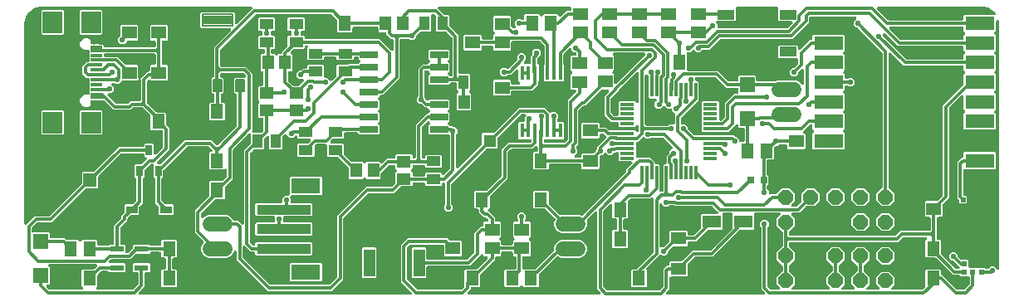
<source format=gbr>
G04 EAGLE Gerber RS-274X export*
G75*
%MOMM*%
%FSLAX34Y34*%
%LPD*%
%INTop Copper*%
%IPPOS*%
%AMOC8*
5,1,8,0,0,1.08239X$1,22.5*%
G01*
G04 Define Apertures*
%ADD10R,1.150000X0.300000*%
%ADD11R,2.000000X2.180000*%
%ADD12R,1.500000X1.300000*%
%ADD13R,1.400000X0.600000*%
%ADD14R,1.300000X1.500000*%
%ADD15C,0.139500*%
%ADD16C,0.196500*%
%ADD17R,1.150000X0.800000*%
%ADD18R,0.650000X1.100000*%
%ADD19R,1.500000X1.500000*%
%ADD20R,1.700000X1.000000*%
%ADD21R,1.900000X1.300000*%
%ADD22R,0.300000X1.475000*%
%ADD23R,1.475000X0.300000*%
%ADD24P,1.64956X8X22.5*%
%ADD25R,3.000000X1.400000*%
%ADD26R,0.500000X0.600000*%
%ADD27R,1.580000X0.580000*%
%ADD28R,0.500000X0.500000*%
%ADD29R,0.450000X1.475000*%
%ADD30R,1.190000X2.790000*%
%ADD31C,1.300000*%
%ADD32R,1.300000X1.300000*%
%ADD33R,0.600000X0.522000*%
%ADD34C,1.625000*%
%ADD35R,1.465300X1.164600*%
%ADD36R,1.164600X1.465300*%
%ADD37R,1.420200X1.031200*%
%ADD38R,1.031200X1.420200*%
%ADD39R,1.825000X0.700000*%
%ADD40R,5.500000X1.000000*%
%ADD41R,3.000000X1.600000*%
%ADD42C,1.524000*%
%ADD43R,0.650000X0.700000*%
%ADD44R,1.350000X1.350000*%
%ADD45C,1.350000*%
%ADD46C,0.550000*%
%ADD47C,0.304800*%
%ADD48C,0.200000*%
G36*
X781083Y275241D02*
X780489Y275120D01*
X710798Y275120D01*
X710249Y275222D01*
X709738Y275549D01*
X709395Y276050D01*
X709274Y276644D01*
X709274Y279270D01*
X708670Y279874D01*
X708364Y280313D01*
X708224Y280903D01*
X708326Y281501D01*
X708653Y282012D01*
X709153Y282355D01*
X709748Y282476D01*
X727631Y282476D01*
X728524Y283369D01*
X728524Y294732D01*
X728451Y294837D01*
X728311Y295427D01*
X728413Y296025D01*
X728740Y296536D01*
X729240Y296879D01*
X729835Y297000D01*
X770165Y297000D01*
X770692Y296906D01*
X771208Y296587D01*
X771559Y296093D01*
X771689Y295500D01*
X771578Y294904D01*
X771476Y294750D01*
X771476Y283369D01*
X772369Y282476D01*
X784797Y282476D01*
X785323Y282382D01*
X785839Y282063D01*
X786190Y281569D01*
X786321Y280976D01*
X786209Y280380D01*
X785874Y279874D01*
X781566Y275566D01*
X781083Y275241D01*
G37*
G36*
X445211Y132154D02*
X444621Y132015D01*
X444023Y132116D01*
X443512Y132443D01*
X443169Y132943D01*
X443048Y133538D01*
X443048Y166372D01*
X443159Y166944D01*
X443494Y167450D01*
X444274Y168230D01*
X444274Y171770D01*
X441770Y174274D01*
X440668Y174274D01*
X440096Y174385D01*
X439590Y174720D01*
X439363Y174948D01*
X437793Y174948D01*
X437244Y175050D01*
X436733Y175377D01*
X436390Y175878D01*
X436381Y175919D01*
X435128Y177172D01*
X434812Y177633D01*
X434682Y178226D01*
X434793Y178822D01*
X435128Y179328D01*
X436269Y180469D01*
X436269Y188731D01*
X435128Y189872D01*
X434812Y190333D01*
X434682Y190926D01*
X434793Y191522D01*
X435128Y192028D01*
X436269Y193169D01*
X436269Y201431D01*
X435376Y202324D01*
X415864Y202324D01*
X415003Y201463D01*
X414542Y201147D01*
X413949Y201017D01*
X413353Y201128D01*
X412848Y201463D01*
X412220Y202090D01*
X411895Y202573D01*
X411774Y203168D01*
X411774Y204270D01*
X410994Y205050D01*
X410669Y205533D01*
X410548Y206128D01*
X410548Y230428D01*
X410650Y230977D01*
X410977Y231488D01*
X411478Y231831D01*
X412072Y231952D01*
X413656Y231952D01*
X414228Y231841D01*
X414734Y231506D01*
X416112Y230128D01*
X416428Y229667D01*
X416558Y229074D01*
X416447Y228478D01*
X416112Y227972D01*
X414971Y226831D01*
X414971Y218569D01*
X415864Y217676D01*
X435376Y217676D01*
X436370Y218670D01*
X436371Y218677D01*
X436698Y219188D01*
X437199Y219531D01*
X437793Y219652D01*
X442601Y219652D01*
X443150Y219550D01*
X443661Y219223D01*
X444004Y218722D01*
X444125Y218128D01*
X444125Y212268D01*
X445089Y211303D01*
X445405Y210842D01*
X445536Y210250D01*
X445424Y209654D01*
X445089Y209148D01*
X443899Y207958D01*
X443899Y192042D01*
X444792Y191150D01*
X457700Y191150D01*
X458593Y192042D01*
X458593Y207958D01*
X457690Y208861D01*
X457220Y208944D01*
X456704Y209263D01*
X456353Y209758D01*
X456223Y210350D01*
X456334Y210946D01*
X456669Y211452D01*
X457485Y212268D01*
X457485Y227732D01*
X456592Y228625D01*
X447072Y228625D01*
X446523Y228727D01*
X446012Y229054D01*
X445669Y229555D01*
X445548Y230149D01*
X445548Y267958D01*
X436321Y277184D01*
X435996Y277667D01*
X435875Y278262D01*
X435875Y287732D01*
X434982Y288625D01*
X431317Y288625D01*
X430745Y288736D01*
X430239Y289071D01*
X424912Y294398D01*
X424606Y294837D01*
X424467Y295427D01*
X424568Y296025D01*
X424895Y296536D01*
X425395Y296879D01*
X425990Y297000D01*
X559452Y297000D01*
X560001Y296898D01*
X560512Y296571D01*
X560855Y296070D01*
X560976Y295476D01*
X560976Y294072D01*
X560874Y293523D01*
X560547Y293012D01*
X560046Y292669D01*
X559452Y292548D01*
X555737Y292548D01*
X550126Y286936D01*
X549687Y286630D01*
X549097Y286491D01*
X548499Y286592D01*
X547988Y286919D01*
X547645Y287419D01*
X547524Y288014D01*
X547524Y288131D01*
X546631Y289024D01*
X532369Y289024D01*
X531078Y287733D01*
X530617Y287417D01*
X530024Y287287D01*
X529428Y287398D01*
X528922Y287733D01*
X527631Y289024D01*
X513369Y289024D01*
X512476Y288131D01*
X512476Y284748D01*
X512382Y284221D01*
X512063Y283705D01*
X511569Y283354D01*
X510976Y283224D01*
X510380Y283335D01*
X509874Y283670D01*
X509270Y284274D01*
X505730Y284274D01*
X503226Y281770D01*
X503226Y278230D01*
X503782Y277674D01*
X504088Y277235D01*
X504228Y276645D01*
X504126Y276047D01*
X503799Y275536D01*
X503299Y275193D01*
X502704Y275072D01*
X502230Y275072D01*
X501710Y274958D01*
X501114Y275069D01*
X500608Y275404D01*
X499470Y276542D01*
X499145Y277025D01*
X499024Y277620D01*
X499024Y286631D01*
X498131Y287524D01*
X481869Y287524D01*
X480976Y286631D01*
X480976Y272369D01*
X482267Y271078D01*
X482583Y270617D01*
X482713Y270024D01*
X482602Y269428D01*
X482267Y268922D01*
X480976Y267631D01*
X480976Y265072D01*
X480874Y264523D01*
X480547Y264012D01*
X480046Y263669D01*
X479452Y263548D01*
X470548Y263548D01*
X469999Y263650D01*
X469488Y263977D01*
X469145Y264478D01*
X469024Y265072D01*
X469024Y267631D01*
X468131Y268524D01*
X451869Y268524D01*
X450976Y267631D01*
X450976Y253369D01*
X451869Y252476D01*
X468131Y252476D01*
X469024Y253369D01*
X469024Y255928D01*
X469126Y256477D01*
X469453Y256988D01*
X469954Y257331D01*
X470548Y257452D01*
X479452Y257452D01*
X480001Y257350D01*
X480512Y257023D01*
X480855Y256522D01*
X480976Y255928D01*
X480976Y253369D01*
X481869Y252476D01*
X498131Y252476D01*
X499024Y253369D01*
X499024Y260428D01*
X499126Y260977D01*
X499453Y261488D01*
X499954Y261831D01*
X500548Y261952D01*
X528106Y261952D01*
X528678Y261841D01*
X529184Y261506D01*
X533006Y257684D01*
X533331Y257201D01*
X533452Y256606D01*
X533452Y238744D01*
X533341Y238172D01*
X533006Y237666D01*
X532726Y237386D01*
X532726Y221374D01*
X533619Y220481D01*
X552381Y220481D01*
X553274Y221374D01*
X553274Y237386D01*
X552994Y237666D01*
X552669Y238149D01*
X552548Y238744D01*
X552548Y248106D01*
X552659Y248678D01*
X552994Y249184D01*
X558124Y254314D01*
X558563Y254620D01*
X559153Y254759D01*
X559751Y254658D01*
X560262Y254331D01*
X560605Y253831D01*
X560726Y253236D01*
X560726Y253230D01*
X563230Y250726D01*
X564327Y250726D01*
X564876Y250624D01*
X565387Y250297D01*
X565730Y249796D01*
X565851Y249202D01*
X565851Y248649D01*
X565749Y248100D01*
X565422Y247589D01*
X564921Y247246D01*
X564327Y247125D01*
X560768Y247125D01*
X559875Y246232D01*
X559875Y231970D01*
X561166Y230679D01*
X561482Y230218D01*
X561612Y229625D01*
X561501Y229029D01*
X561166Y228523D01*
X559875Y227232D01*
X559875Y212970D01*
X560768Y212077D01*
X564087Y212077D01*
X564614Y211983D01*
X565130Y211664D01*
X565481Y211170D01*
X565611Y210577D01*
X565500Y209981D01*
X565165Y209475D01*
X556952Y201263D01*
X556952Y161894D01*
X556841Y161322D01*
X556506Y160816D01*
X554184Y158494D01*
X553701Y158169D01*
X553106Y158048D01*
X534072Y158048D01*
X533523Y158150D01*
X533012Y158477D01*
X532669Y158978D01*
X532548Y159572D01*
X532548Y160197D01*
X532650Y160746D01*
X532977Y161257D01*
X533478Y161600D01*
X534072Y161721D01*
X552381Y161721D01*
X553274Y162614D01*
X553274Y178626D01*
X552381Y179519D01*
X547572Y179519D01*
X547023Y179621D01*
X546512Y179948D01*
X546169Y180449D01*
X546048Y181043D01*
X546048Y181872D01*
X546159Y182444D01*
X546494Y182950D01*
X546774Y183230D01*
X546774Y186770D01*
X544270Y189274D01*
X540730Y189274D01*
X540561Y189105D01*
X540100Y188789D01*
X539507Y188659D01*
X538911Y188770D01*
X538405Y189105D01*
X537316Y190194D01*
X533664Y193846D01*
X507035Y193846D01*
X481660Y168470D01*
X481177Y168145D01*
X480582Y168024D01*
X470369Y168024D01*
X469476Y167131D01*
X469476Y156918D01*
X469365Y156346D01*
X469030Y155840D01*
X445650Y132460D01*
X445211Y132154D01*
G37*
%LPC*%
G36*
X481869Y206476D02*
X498131Y206476D01*
X499024Y207369D01*
X499024Y209928D01*
X499126Y210477D01*
X499453Y210988D01*
X499954Y211331D01*
X500548Y211452D01*
X520763Y211452D01*
X526548Y217237D01*
X526548Y220016D01*
X526659Y220588D01*
X526994Y221094D01*
X527274Y221374D01*
X527274Y237386D01*
X525994Y238666D01*
X525669Y239149D01*
X525548Y239744D01*
X525548Y243106D01*
X525659Y243678D01*
X525994Y244184D01*
X528048Y246237D01*
X528048Y246372D01*
X528159Y246944D01*
X528494Y247450D01*
X529274Y248230D01*
X529274Y251770D01*
X526770Y254274D01*
X523230Y254274D01*
X520726Y251770D01*
X520726Y248168D01*
X520615Y247596D01*
X520280Y247090D01*
X519452Y246263D01*
X519452Y239803D01*
X519350Y239254D01*
X519023Y238743D01*
X518522Y238400D01*
X517928Y238279D01*
X513453Y238279D01*
X512927Y238373D01*
X512411Y238692D01*
X512060Y239186D01*
X511929Y239779D01*
X512041Y240375D01*
X512376Y240881D01*
X513092Y241597D01*
X513159Y241944D01*
X513494Y242450D01*
X514274Y243230D01*
X514274Y246770D01*
X511770Y249274D01*
X508230Y249274D01*
X505726Y246770D01*
X505726Y243483D01*
X505615Y242911D01*
X505280Y242406D01*
X496913Y234039D01*
X496430Y233713D01*
X495835Y233592D01*
X495729Y233592D01*
X495157Y233704D01*
X494651Y234039D01*
X493871Y234818D01*
X490331Y234818D01*
X487827Y232315D01*
X487827Y228774D01*
X490331Y226270D01*
X493871Y226270D01*
X494651Y227050D01*
X495134Y227376D01*
X495729Y227496D01*
X498991Y227496D01*
X504124Y232629D01*
X504563Y232935D01*
X505153Y233075D01*
X505751Y232973D01*
X506262Y232646D01*
X506605Y232146D01*
X506726Y231552D01*
X506726Y221374D01*
X507950Y220150D01*
X508256Y219711D01*
X508396Y219121D01*
X508294Y218523D01*
X507967Y218012D01*
X507467Y217669D01*
X506872Y217548D01*
X500548Y217548D01*
X499999Y217650D01*
X499488Y217977D01*
X499145Y218478D01*
X499024Y219072D01*
X499024Y221631D01*
X498131Y222524D01*
X481869Y222524D01*
X480976Y221631D01*
X480976Y207369D01*
X481869Y206476D01*
G37*
%LPD*%
G36*
X5163Y74606D02*
X4573Y74467D01*
X3975Y74568D01*
X3464Y74895D01*
X3121Y75395D01*
X3000Y75990D01*
X3000Y280000D01*
X3029Y280297D01*
X4207Y286220D01*
X4435Y286769D01*
X7790Y291790D01*
X8210Y292210D01*
X13231Y295565D01*
X13780Y295793D01*
X19703Y296971D01*
X20000Y297000D01*
X234010Y297000D01*
X234537Y296906D01*
X235053Y296587D01*
X235404Y296093D01*
X235534Y295500D01*
X235423Y294904D01*
X235088Y294398D01*
X220326Y279636D01*
X219887Y279330D01*
X219297Y279191D01*
X218699Y279292D01*
X218188Y279619D01*
X217845Y280119D01*
X217724Y280714D01*
X217724Y290056D01*
X216256Y291524D01*
X183744Y291524D01*
X182276Y290056D01*
X182276Y276844D01*
X183744Y275376D01*
X212386Y275376D01*
X212913Y275282D01*
X213429Y274963D01*
X213780Y274469D01*
X213910Y273876D01*
X213799Y273280D01*
X213464Y272774D01*
X196452Y255763D01*
X196452Y226148D01*
X196350Y225599D01*
X196023Y225088D01*
X195522Y224745D01*
X195178Y224675D01*
X193826Y223323D01*
X193826Y209777D01*
X195127Y208476D01*
X195428Y208476D01*
X195977Y208374D01*
X196488Y208047D01*
X196831Y207546D01*
X196952Y206952D01*
X196952Y200548D01*
X196850Y199999D01*
X196523Y199488D01*
X196022Y199145D01*
X195428Y199024D01*
X192369Y199024D01*
X191476Y198131D01*
X191476Y181869D01*
X192369Y180976D01*
X206631Y180976D01*
X207524Y181869D01*
X207524Y198131D01*
X206631Y199024D01*
X204572Y199024D01*
X204023Y199126D01*
X203512Y199453D01*
X203169Y199954D01*
X203048Y200548D01*
X203048Y206952D01*
X203150Y207501D01*
X203477Y208012D01*
X203978Y208355D01*
X204572Y208476D01*
X204873Y208476D01*
X206174Y209777D01*
X206174Y223323D01*
X204873Y224624D01*
X204072Y224624D01*
X203523Y224726D01*
X203012Y225053D01*
X202669Y225554D01*
X202548Y226148D01*
X202548Y227606D01*
X202659Y228178D01*
X202994Y228684D01*
X203316Y229006D01*
X203799Y229331D01*
X204394Y229452D01*
X225606Y229452D01*
X226178Y229341D01*
X226684Y229006D01*
X228464Y227226D01*
X228770Y226787D01*
X228909Y226197D01*
X228808Y225599D01*
X228481Y225088D01*
X227981Y224745D01*
X227386Y224624D01*
X218027Y224624D01*
X216726Y223323D01*
X216726Y209777D01*
X218027Y208476D01*
X218328Y208476D01*
X218877Y208374D01*
X219388Y208047D01*
X219731Y207546D01*
X219852Y206952D01*
X219852Y175794D01*
X219741Y175222D01*
X219406Y174716D01*
X200684Y155994D01*
X200201Y155669D01*
X199606Y155548D01*
X199394Y155548D01*
X198822Y155659D01*
X198316Y155994D01*
X193763Y160548D01*
X166337Y160548D01*
X142760Y136970D01*
X142277Y136645D01*
X141682Y136524D01*
X139514Y136524D01*
X138987Y136618D01*
X138471Y136937D01*
X138120Y137431D01*
X137990Y138024D01*
X138101Y138620D01*
X138436Y139126D01*
X150548Y151237D01*
X150548Y173263D01*
X147970Y175840D01*
X147645Y176323D01*
X147524Y176918D01*
X147524Y188131D01*
X146631Y189024D01*
X138418Y189024D01*
X137846Y189135D01*
X137340Y189470D01*
X128494Y198316D01*
X128169Y198799D01*
X128048Y199394D01*
X128048Y220606D01*
X128159Y221178D01*
X128494Y221684D01*
X129000Y222189D01*
X129461Y222506D01*
X130053Y222636D01*
X130650Y222524D01*
X131155Y222189D01*
X131869Y221476D01*
X148131Y221476D01*
X149024Y222369D01*
X149024Y236631D01*
X148131Y237524D01*
X144572Y237524D01*
X144023Y237626D01*
X143512Y237953D01*
X143169Y238454D01*
X143048Y239048D01*
X143048Y260952D01*
X143150Y261501D01*
X143477Y262012D01*
X143978Y262355D01*
X144572Y262476D01*
X148131Y262476D01*
X149024Y263369D01*
X149024Y277631D01*
X148131Y278524D01*
X131869Y278524D01*
X130976Y277631D01*
X130976Y263369D01*
X131869Y262476D01*
X135428Y262476D01*
X135977Y262374D01*
X136488Y262047D01*
X136831Y261546D01*
X136952Y260952D01*
X136952Y257072D01*
X136850Y256523D01*
X136523Y256012D01*
X136022Y255669D01*
X135428Y255548D01*
X85578Y255548D01*
X85029Y255650D01*
X84518Y255977D01*
X84175Y256478D01*
X84054Y257072D01*
X84054Y257631D01*
X83161Y258524D01*
X78698Y258524D01*
X78575Y258548D01*
X74980Y258548D01*
X74862Y258524D01*
X73804Y258524D01*
X73255Y258626D01*
X72744Y258953D01*
X72401Y259454D01*
X72280Y260048D01*
X72280Y260143D01*
X71328Y262440D01*
X69570Y264198D01*
X67273Y265150D01*
X64787Y265150D01*
X62490Y264198D01*
X60732Y262440D01*
X59780Y260143D01*
X59780Y257657D01*
X60732Y255360D01*
X62490Y253602D01*
X64787Y252650D01*
X67273Y252650D01*
X67399Y252702D01*
X67933Y252817D01*
X68531Y252716D01*
X69042Y252389D01*
X69385Y251888D01*
X69506Y251294D01*
X69506Y242072D01*
X69404Y241523D01*
X69077Y241012D01*
X68576Y240669D01*
X67982Y240548D01*
X66237Y240548D01*
X61952Y236263D01*
X61952Y228737D01*
X66237Y224452D01*
X67982Y224452D01*
X68531Y224350D01*
X69042Y224023D01*
X69385Y223522D01*
X69506Y222928D01*
X69506Y208706D01*
X69408Y208168D01*
X69085Y207654D01*
X68588Y207307D01*
X67994Y207182D01*
X67399Y207298D01*
X67273Y207350D01*
X64787Y207350D01*
X62490Y206398D01*
X60732Y204640D01*
X59780Y202343D01*
X59780Y199857D01*
X60732Y197560D01*
X62490Y195802D01*
X64787Y194850D01*
X67273Y194850D01*
X69570Y195802D01*
X71328Y197560D01*
X72280Y199857D01*
X72280Y199952D01*
X72382Y200501D01*
X72709Y201012D01*
X73210Y201355D01*
X73804Y201476D01*
X74862Y201476D01*
X74985Y201452D01*
X78580Y201452D01*
X78698Y201476D01*
X83582Y201476D01*
X84154Y201365D01*
X84660Y201030D01*
X93737Y191952D01*
X111263Y191952D01*
X113316Y194006D01*
X113799Y194331D01*
X114394Y194452D01*
X123106Y194452D01*
X123678Y194341D01*
X124184Y194006D01*
X131030Y187160D01*
X131355Y186677D01*
X131476Y186082D01*
X131476Y171869D01*
X132369Y170976D01*
X142928Y170976D01*
X143477Y170874D01*
X143988Y170547D01*
X144331Y170046D01*
X144452Y169452D01*
X144452Y154394D01*
X144341Y153822D01*
X144006Y153316D01*
X137376Y146686D01*
X136937Y146380D01*
X136347Y146241D01*
X135749Y146342D01*
X135238Y146669D01*
X134895Y147169D01*
X134774Y147764D01*
X134774Y156631D01*
X133881Y157524D01*
X126119Y157524D01*
X125226Y156631D01*
X125226Y155072D01*
X125124Y154523D01*
X124797Y154012D01*
X124296Y153669D01*
X123702Y153548D01*
X99237Y153548D01*
X74410Y128720D01*
X73927Y128395D01*
X73332Y128274D01*
X62619Y128274D01*
X61726Y127381D01*
X61726Y116668D01*
X61615Y116096D01*
X61280Y115590D01*
X29184Y83494D01*
X28701Y83169D01*
X28106Y83048D01*
X13737Y83048D01*
X5602Y74912D01*
X5163Y74606D01*
G37*
%LPC*%
G36*
X21099Y268676D02*
X42361Y268676D01*
X43254Y269569D01*
X43254Y292631D01*
X42361Y293524D01*
X21099Y293524D01*
X20206Y292631D01*
X20206Y269569D01*
X21099Y268676D01*
G37*
G36*
X60399Y268676D02*
X81661Y268676D01*
X82554Y269569D01*
X82554Y292631D01*
X81661Y293524D01*
X60399Y293524D01*
X59506Y292631D01*
X59506Y269569D01*
X60399Y268676D01*
G37*
G36*
X101230Y258726D02*
X104770Y258726D01*
X107338Y261293D01*
X107376Y261501D01*
X107703Y262012D01*
X108204Y262355D01*
X108798Y262476D01*
X118131Y262476D01*
X119024Y263369D01*
X119024Y277631D01*
X118131Y278524D01*
X101869Y278524D01*
X100976Y277631D01*
X100976Y267652D01*
X100865Y267080D01*
X100530Y266574D01*
X98726Y264770D01*
X98726Y261230D01*
X101230Y258726D01*
G37*
G36*
X60399Y166476D02*
X81661Y166476D01*
X82554Y167369D01*
X82554Y190431D01*
X81661Y191324D01*
X60399Y191324D01*
X59506Y190431D01*
X59506Y167369D01*
X60399Y166476D01*
G37*
G36*
X21099Y166476D02*
X42361Y166476D01*
X43254Y167369D01*
X43254Y190431D01*
X42361Y191324D01*
X21099Y191324D01*
X20206Y190431D01*
X20206Y167369D01*
X21099Y166476D01*
G37*
%LPD*%
G36*
X959546Y283169D02*
X958952Y283048D01*
X884394Y283048D01*
X883822Y283159D01*
X883316Y283494D01*
X872412Y294398D01*
X872106Y294837D01*
X871967Y295427D01*
X872068Y296025D01*
X872395Y296536D01*
X872895Y296879D01*
X873490Y297000D01*
X980000Y297000D01*
X980297Y296971D01*
X986220Y295793D01*
X986769Y295565D01*
X991790Y292210D01*
X992210Y291790D01*
X992809Y290895D01*
X993065Y290097D01*
X992963Y289499D01*
X992636Y288988D01*
X992136Y288645D01*
X991541Y288524D01*
X961369Y288524D01*
X960476Y287631D01*
X960476Y284572D01*
X960374Y284023D01*
X960047Y283512D01*
X959546Y283169D01*
G37*
G36*
X350617Y137312D02*
X350024Y137182D01*
X349428Y137293D01*
X348922Y137628D01*
X347700Y138851D01*
X336896Y138851D01*
X336324Y138962D01*
X335819Y139297D01*
X329071Y146044D01*
X328746Y146527D01*
X328625Y147122D01*
X328625Y156592D01*
X327732Y157485D01*
X316280Y157485D01*
X315753Y157579D01*
X315237Y157898D01*
X314886Y158392D01*
X314756Y158985D01*
X314867Y159581D01*
X315202Y160087D01*
X317184Y162069D01*
X317667Y162394D01*
X318262Y162515D01*
X327732Y162515D01*
X328625Y163408D01*
X328625Y167328D01*
X328727Y167877D01*
X329054Y168388D01*
X329555Y168731D01*
X330149Y168852D01*
X342207Y168852D01*
X342756Y168750D01*
X343267Y168423D01*
X343610Y167922D01*
X343619Y167881D01*
X344624Y166876D01*
X364136Y166876D01*
X365029Y167769D01*
X365029Y176031D01*
X363888Y177172D01*
X363572Y177633D01*
X363442Y178226D01*
X363553Y178822D01*
X363888Y179328D01*
X365029Y180469D01*
X365029Y188731D01*
X363888Y189872D01*
X363572Y190333D01*
X363442Y190926D01*
X363553Y191522D01*
X363888Y192028D01*
X365029Y193169D01*
X365029Y201431D01*
X363888Y202572D01*
X363572Y203033D01*
X363442Y203626D01*
X363553Y204222D01*
X363888Y204728D01*
X365130Y205970D01*
X365131Y205977D01*
X365458Y206488D01*
X365959Y206831D01*
X366553Y206952D01*
X368763Y206952D01*
X385548Y223737D01*
X385548Y262928D01*
X385650Y263477D01*
X385977Y263988D01*
X386478Y264331D01*
X387072Y264452D01*
X394677Y264452D01*
X395249Y264341D01*
X395755Y264006D01*
X396535Y263226D01*
X400075Y263226D01*
X402579Y265730D01*
X402579Y266832D01*
X402690Y267404D01*
X403025Y267910D01*
X406044Y270929D01*
X406527Y271254D01*
X407122Y271375D01*
X416592Y271375D01*
X417485Y272268D01*
X417485Y287928D01*
X417587Y288477D01*
X417914Y288988D01*
X418415Y289331D01*
X419009Y289452D01*
X420606Y289452D01*
X421178Y289341D01*
X421684Y289006D01*
X422069Y288621D01*
X422394Y288138D01*
X422515Y287543D01*
X422515Y272268D01*
X423408Y271375D01*
X432878Y271375D01*
X433450Y271264D01*
X433956Y270929D01*
X439006Y265879D01*
X439331Y265396D01*
X439452Y264801D01*
X439452Y227272D01*
X439350Y226723D01*
X439023Y226212D01*
X438522Y225869D01*
X437928Y225748D01*
X437793Y225748D01*
X437244Y225850D01*
X436733Y226177D01*
X436390Y226678D01*
X436381Y226719D01*
X435128Y227972D01*
X434812Y228433D01*
X434682Y229026D01*
X434793Y229622D01*
X435128Y230128D01*
X436269Y231269D01*
X436269Y239531D01*
X435128Y240672D01*
X434812Y241133D01*
X434682Y241726D01*
X434793Y242322D01*
X435128Y242828D01*
X436269Y243969D01*
X436269Y252231D01*
X435376Y253124D01*
X415864Y253124D01*
X414971Y252231D01*
X414971Y243969D01*
X416112Y242828D01*
X416428Y242367D01*
X416558Y241774D01*
X416447Y241178D01*
X416112Y240672D01*
X414962Y239522D01*
X414869Y239023D01*
X414542Y238512D01*
X414041Y238169D01*
X413447Y238048D01*
X408737Y238048D01*
X404452Y233763D01*
X404452Y206128D01*
X404341Y205556D01*
X404006Y205050D01*
X403226Y204270D01*
X403226Y200730D01*
X405730Y198226D01*
X406832Y198226D01*
X407404Y198115D01*
X407910Y197780D01*
X411437Y194252D01*
X413447Y194252D01*
X413996Y194150D01*
X414507Y193823D01*
X414850Y193322D01*
X414859Y193281D01*
X416112Y192028D01*
X416428Y191567D01*
X416558Y190974D01*
X416447Y190378D01*
X416112Y189872D01*
X414870Y188630D01*
X414869Y188623D01*
X414542Y188112D01*
X414041Y187769D01*
X413447Y187648D01*
X413337Y187648D01*
X401952Y176263D01*
X401952Y143326D01*
X401850Y142777D01*
X401523Y142266D01*
X401022Y141923D01*
X400428Y141802D01*
X400375Y141802D01*
X399825Y141904D01*
X399314Y142231D01*
X398971Y142732D01*
X398851Y143326D01*
X398851Y145208D01*
X397958Y146101D01*
X382042Y146101D01*
X381150Y145208D01*
X381150Y143326D01*
X381047Y142777D01*
X380720Y142266D01*
X380220Y141923D01*
X379626Y141802D01*
X372491Y141802D01*
X368452Y137762D01*
X367991Y137446D01*
X367398Y137316D01*
X366802Y137427D01*
X366297Y137762D01*
X365208Y138851D01*
X352300Y138851D01*
X351078Y137628D01*
X350617Y137312D01*
G37*
G36*
X245083Y168746D02*
X244488Y168625D01*
X236615Y168625D01*
X236088Y168719D01*
X235572Y169038D01*
X235221Y169532D01*
X235091Y170125D01*
X235202Y170721D01*
X235537Y171227D01*
X235548Y171237D01*
X235548Y228763D01*
X228763Y235548D01*
X204394Y235548D01*
X203822Y235659D01*
X203316Y235994D01*
X202994Y236316D01*
X202669Y236799D01*
X202548Y237394D01*
X202548Y252606D01*
X202659Y253178D01*
X202994Y253684D01*
X238316Y289006D01*
X238799Y289331D01*
X239394Y289452D01*
X315606Y289452D01*
X316178Y289341D01*
X316684Y289006D01*
X321030Y284660D01*
X321355Y284177D01*
X321476Y283582D01*
X321476Y271869D01*
X322369Y270976D01*
X336631Y270976D01*
X337524Y271869D01*
X337524Y275428D01*
X337626Y275977D01*
X337953Y276488D01*
X338454Y276831D01*
X339048Y276952D01*
X362375Y276952D01*
X362924Y276850D01*
X363435Y276523D01*
X363778Y276022D01*
X363899Y275428D01*
X363899Y272042D01*
X364792Y271150D01*
X370428Y271150D01*
X370977Y271047D01*
X371488Y270720D01*
X371831Y270220D01*
X371952Y269626D01*
X371952Y268737D01*
X376237Y264452D01*
X377928Y264452D01*
X378477Y264350D01*
X378988Y264023D01*
X379331Y263522D01*
X379452Y262928D01*
X379452Y253538D01*
X379358Y253011D01*
X379039Y252495D01*
X378545Y252144D01*
X377952Y252014D01*
X377356Y252125D01*
X376850Y252460D01*
X365458Y263853D01*
X290149Y263853D01*
X289600Y263955D01*
X289089Y264282D01*
X288746Y264783D01*
X288625Y265377D01*
X288625Y266592D01*
X287732Y267485D01*
X285798Y267485D01*
X285249Y267587D01*
X284738Y267914D01*
X284395Y268415D01*
X284274Y269009D01*
X284274Y270991D01*
X284376Y271540D01*
X284703Y272051D01*
X285204Y272394D01*
X285798Y272515D01*
X287732Y272515D01*
X288625Y273408D01*
X288625Y284982D01*
X287732Y285875D01*
X272268Y285875D01*
X271375Y284982D01*
X271375Y273408D01*
X272268Y272515D01*
X274202Y272515D01*
X274751Y272413D01*
X275262Y272086D01*
X275605Y271585D01*
X275726Y270991D01*
X275726Y269009D01*
X275624Y268460D01*
X275297Y267949D01*
X274796Y267606D01*
X274202Y267485D01*
X272268Y267485D01*
X271375Y266592D01*
X271375Y257122D01*
X271264Y256550D01*
X270929Y256044D01*
X265706Y250822D01*
X265706Y250375D01*
X265604Y249825D01*
X265277Y249314D01*
X264776Y248971D01*
X264182Y248851D01*
X262300Y248851D01*
X261078Y247628D01*
X260617Y247312D01*
X260024Y247182D01*
X259428Y247293D01*
X258922Y247628D01*
X257700Y248851D01*
X255818Y248851D01*
X255269Y248953D01*
X254758Y249280D01*
X254415Y249780D01*
X254294Y250375D01*
X254294Y252601D01*
X254396Y253150D01*
X254723Y253661D01*
X255224Y254004D01*
X255818Y254125D01*
X257732Y254125D01*
X258625Y255018D01*
X258625Y266592D01*
X257732Y267485D01*
X255798Y267485D01*
X255249Y267587D01*
X254738Y267914D01*
X254395Y268415D01*
X254274Y269009D01*
X254274Y270991D01*
X254376Y271540D01*
X254703Y272051D01*
X255204Y272394D01*
X255798Y272515D01*
X257732Y272515D01*
X258625Y273408D01*
X258625Y284982D01*
X257732Y285875D01*
X242268Y285875D01*
X241375Y284982D01*
X241375Y273408D01*
X242268Y272515D01*
X244202Y272515D01*
X244751Y272413D01*
X245262Y272086D01*
X245605Y271585D01*
X245726Y270991D01*
X245726Y269009D01*
X245624Y268460D01*
X245297Y267949D01*
X244796Y267606D01*
X244202Y267485D01*
X242268Y267485D01*
X241375Y266592D01*
X241375Y255018D01*
X242268Y254125D01*
X246674Y254125D01*
X247223Y254023D01*
X247734Y253696D01*
X248077Y253195D01*
X248198Y252601D01*
X248198Y250375D01*
X248096Y249825D01*
X247769Y249314D01*
X247268Y248971D01*
X246674Y248851D01*
X244792Y248851D01*
X243899Y247958D01*
X243899Y232042D01*
X244792Y231150D01*
X245428Y231150D01*
X245977Y231047D01*
X246488Y230720D01*
X246831Y230220D01*
X246952Y229626D01*
X246952Y217625D01*
X246850Y217076D01*
X246523Y216565D01*
X246022Y216222D01*
X245428Y216101D01*
X242042Y216101D01*
X241150Y215208D01*
X241150Y202300D01*
X242372Y201078D01*
X242688Y200617D01*
X242818Y200024D01*
X242707Y199428D01*
X242372Y198922D01*
X241150Y197700D01*
X241150Y184792D01*
X242042Y183899D01*
X245428Y183899D01*
X245977Y183797D01*
X246488Y183470D01*
X246831Y182969D01*
X246952Y182375D01*
X246952Y171089D01*
X246841Y170517D01*
X246506Y170011D01*
X245566Y169071D01*
X245083Y168746D01*
G37*
G36*
X891201Y63169D02*
X890606Y63048D01*
X783772Y63048D01*
X783223Y63150D01*
X782712Y63477D01*
X782369Y63978D01*
X782248Y64572D01*
X782248Y66785D01*
X782359Y67357D01*
X782694Y67863D01*
X788344Y73512D01*
X788344Y81088D01*
X785081Y84350D01*
X784775Y84789D01*
X784636Y85379D01*
X784737Y85977D01*
X785064Y86488D01*
X785564Y86831D01*
X786159Y86952D01*
X793163Y86952D01*
X799320Y93110D01*
X799803Y93435D01*
X800398Y93556D01*
X808388Y93556D01*
X813744Y98912D01*
X813744Y106488D01*
X808388Y111844D01*
X800812Y111844D01*
X795456Y106488D01*
X795456Y98498D01*
X795345Y97926D01*
X795010Y97420D01*
X791084Y93494D01*
X790601Y93169D01*
X790006Y93048D01*
X786159Y93048D01*
X785632Y93142D01*
X785116Y93461D01*
X784765Y93955D01*
X784635Y94548D01*
X784746Y95144D01*
X785081Y95650D01*
X788344Y98912D01*
X788344Y106488D01*
X782988Y111844D01*
X775412Y111844D01*
X769763Y106194D01*
X769280Y105869D01*
X768685Y105748D01*
X763378Y105748D01*
X763347Y105741D01*
X762749Y105842D01*
X762238Y106169D01*
X761895Y106669D01*
X761774Y107264D01*
X761774Y109270D01*
X760244Y110800D01*
X759919Y111283D01*
X759798Y111878D01*
X759798Y113511D01*
X759909Y114083D01*
X760244Y114589D01*
X761524Y115869D01*
X761524Y124131D01*
X760244Y125411D01*
X759919Y125894D01*
X759798Y126489D01*
X759798Y139452D01*
X759900Y140001D01*
X760227Y140512D01*
X760728Y140855D01*
X761322Y140976D01*
X766631Y140976D01*
X767524Y141869D01*
X767524Y153082D01*
X767635Y153654D01*
X767970Y154160D01*
X768590Y154780D01*
X769073Y155105D01*
X769668Y155226D01*
X770770Y155226D01*
X771550Y156006D01*
X772033Y156331D01*
X772628Y156452D01*
X779452Y156452D01*
X780001Y156350D01*
X780512Y156023D01*
X780855Y155522D01*
X780976Y154928D01*
X780976Y152369D01*
X781869Y151476D01*
X798131Y151476D01*
X799024Y152369D01*
X799024Y166631D01*
X798131Y167524D01*
X798014Y167524D01*
X797487Y167618D01*
X796971Y167937D01*
X796620Y168431D01*
X796490Y169024D01*
X796601Y169620D01*
X796936Y170126D01*
X803316Y176506D01*
X803799Y176831D01*
X804394Y176952D01*
X804952Y176952D01*
X805501Y176850D01*
X806012Y176523D01*
X806355Y176022D01*
X806476Y175428D01*
X806476Y172369D01*
X807767Y171078D01*
X808083Y170617D01*
X808213Y170024D01*
X808102Y169428D01*
X807767Y168922D01*
X806476Y167631D01*
X806476Y152369D01*
X807369Y151476D01*
X838631Y151476D01*
X839524Y152369D01*
X839524Y167631D01*
X838233Y168922D01*
X837917Y169383D01*
X837787Y169976D01*
X837898Y170572D01*
X838233Y171078D01*
X839524Y172369D01*
X839524Y187631D01*
X838233Y188922D01*
X837917Y189383D01*
X837787Y189976D01*
X837898Y190572D01*
X838233Y191078D01*
X839524Y192369D01*
X839524Y207631D01*
X838233Y208922D01*
X837917Y209383D01*
X837787Y209976D01*
X837898Y210572D01*
X838233Y211078D01*
X839524Y212369D01*
X839524Y215428D01*
X839626Y215977D01*
X839953Y216488D01*
X840454Y216831D01*
X841048Y216952D01*
X841372Y216952D01*
X841944Y216841D01*
X842450Y216506D01*
X843230Y215726D01*
X846770Y215726D01*
X849274Y218230D01*
X849274Y221770D01*
X846770Y224274D01*
X843230Y224274D01*
X842450Y223494D01*
X841967Y223169D01*
X841372Y223048D01*
X841048Y223048D01*
X840499Y223150D01*
X839988Y223477D01*
X839645Y223978D01*
X839524Y224572D01*
X839524Y227631D01*
X838233Y228922D01*
X837917Y229383D01*
X837787Y229976D01*
X837898Y230572D01*
X838233Y231078D01*
X839524Y232369D01*
X839524Y247631D01*
X838233Y248922D01*
X837917Y249383D01*
X837787Y249976D01*
X837898Y250572D01*
X838233Y251078D01*
X839524Y252369D01*
X839524Y267631D01*
X838631Y268524D01*
X807369Y268524D01*
X806476Y267631D01*
X806476Y264572D01*
X806374Y264023D01*
X806047Y263512D01*
X805546Y263169D01*
X804952Y263048D01*
X803737Y263048D01*
X794126Y253436D01*
X793687Y253130D01*
X793097Y252991D01*
X792499Y253092D01*
X791988Y253419D01*
X791645Y253919D01*
X791524Y254514D01*
X791524Y256631D01*
X790631Y257524D01*
X772369Y257524D01*
X771476Y256631D01*
X771476Y245369D01*
X772369Y244476D01*
X790428Y244476D01*
X790977Y244374D01*
X791488Y244047D01*
X791831Y243546D01*
X791952Y242952D01*
X791952Y239394D01*
X791841Y238822D01*
X791506Y238316D01*
X787910Y234720D01*
X787427Y234395D01*
X786832Y234274D01*
X785730Y234274D01*
X783226Y231770D01*
X783226Y228230D01*
X785730Y225726D01*
X789270Y225726D01*
X791774Y228230D01*
X791774Y229332D01*
X791885Y229904D01*
X792220Y230410D01*
X795138Y233328D01*
X795577Y233634D01*
X796167Y233773D01*
X796765Y233672D01*
X797276Y233345D01*
X797619Y232845D01*
X797740Y232250D01*
X797740Y219191D01*
X797646Y218664D01*
X797327Y218148D01*
X796833Y217797D01*
X796240Y217667D01*
X795644Y217778D01*
X795138Y218113D01*
X792800Y220452D01*
X789439Y221844D01*
X770561Y221844D01*
X767712Y220664D01*
X767129Y220548D01*
X750548Y220548D01*
X749999Y220650D01*
X749488Y220977D01*
X749145Y221478D01*
X749024Y222072D01*
X749024Y225631D01*
X748131Y226524D01*
X731869Y226524D01*
X730976Y225631D01*
X730976Y222072D01*
X730874Y221523D01*
X730547Y221012D01*
X730046Y220669D01*
X729452Y220548D01*
X721894Y220548D01*
X721322Y220659D01*
X720816Y220994D01*
X710465Y231346D01*
X680048Y231346D01*
X679499Y231448D01*
X678988Y231775D01*
X678645Y232276D01*
X678524Y232870D01*
X678524Y248134D01*
X678225Y248563D01*
X678085Y249153D01*
X678187Y249751D01*
X678514Y250262D01*
X679014Y250605D01*
X679609Y250726D01*
X681770Y250726D01*
X682550Y251506D01*
X682754Y251643D01*
X683956Y252845D01*
X684417Y253161D01*
X685009Y253291D01*
X685605Y253180D01*
X686111Y252845D01*
X688230Y250726D01*
X691770Y250726D01*
X693930Y252886D01*
X694413Y253211D01*
X695008Y253332D01*
X701919Y253332D01*
X712592Y264006D01*
X713076Y264331D01*
X713670Y264452D01*
X786263Y264452D01*
X803048Y281237D01*
X803048Y285476D01*
X803150Y286025D01*
X803477Y286536D01*
X803978Y286879D01*
X804572Y287000D01*
X849776Y287000D01*
X850303Y286906D01*
X850819Y286587D01*
X851170Y286093D01*
X851300Y285500D01*
X851189Y284904D01*
X850854Y284398D01*
X848226Y281770D01*
X848226Y278230D01*
X850730Y275726D01*
X851832Y275726D01*
X852404Y275615D01*
X852910Y275280D01*
X877306Y250884D01*
X877631Y250401D01*
X877752Y249806D01*
X877752Y113215D01*
X877641Y112643D01*
X877306Y112137D01*
X871656Y106488D01*
X871656Y98912D01*
X877012Y93556D01*
X884588Y93556D01*
X889944Y98912D01*
X889944Y106488D01*
X884294Y112137D01*
X883969Y112620D01*
X883848Y113215D01*
X883848Y248862D01*
X883942Y249389D01*
X884261Y249905D01*
X884755Y250256D01*
X885348Y250386D01*
X885944Y250275D01*
X886450Y249940D01*
X899437Y236952D01*
X958952Y236952D01*
X959501Y236850D01*
X960012Y236523D01*
X960355Y236022D01*
X960476Y235428D01*
X960476Y232369D01*
X961767Y231078D01*
X962083Y230617D01*
X962213Y230024D01*
X962102Y229428D01*
X961767Y228922D01*
X960476Y227631D01*
X960476Y217918D01*
X960365Y217346D01*
X960030Y216840D01*
X939452Y196263D01*
X939452Y104894D01*
X939341Y104322D01*
X939006Y103816D01*
X934160Y98970D01*
X933677Y98645D01*
X933082Y98524D01*
X921869Y98524D01*
X920976Y97631D01*
X920976Y83369D01*
X921869Y82476D01*
X925428Y82476D01*
X925977Y82374D01*
X926488Y82047D01*
X926831Y81546D01*
X926952Y80952D01*
X926952Y69572D01*
X926850Y69023D01*
X926523Y68512D01*
X926022Y68169D01*
X925428Y68048D01*
X896237Y68048D01*
X891684Y63494D01*
X891201Y63169D01*
G37*
%LPC*%
G36*
X851612Y93556D02*
X859188Y93556D01*
X864544Y98912D01*
X864544Y106488D01*
X859188Y111844D01*
X851612Y111844D01*
X846256Y106488D01*
X846256Y98912D01*
X851612Y93556D01*
G37*
G36*
X826212Y93556D02*
X833788Y93556D01*
X839144Y98912D01*
X839144Y106488D01*
X833788Y111844D01*
X826212Y111844D01*
X820856Y106488D01*
X820856Y98912D01*
X826212Y93556D01*
G37*
G36*
X877012Y68156D02*
X884588Y68156D01*
X889944Y73512D01*
X889944Y81088D01*
X884588Y86444D01*
X877012Y86444D01*
X871656Y81088D01*
X871656Y73512D01*
X877012Y68156D01*
G37*
G36*
X851612Y68156D02*
X859188Y68156D01*
X864544Y73512D01*
X864544Y81088D01*
X859188Y86444D01*
X851612Y86444D01*
X846256Y81088D01*
X846256Y73512D01*
X851612Y68156D01*
G37*
%LPD*%
G36*
X996093Y28830D02*
X995500Y28700D01*
X994904Y28811D01*
X994398Y29146D01*
X991770Y31774D01*
X988230Y31774D01*
X986310Y29854D01*
X985827Y29529D01*
X985232Y29408D01*
X984349Y29408D01*
X983777Y29519D01*
X983271Y29854D01*
X982631Y30494D01*
X975273Y30494D01*
X975117Y30387D01*
X974524Y30257D01*
X973928Y30368D01*
X973738Y30494D01*
X967048Y30494D01*
X966499Y30596D01*
X965988Y30923D01*
X965645Y31424D01*
X965524Y32018D01*
X965524Y37821D01*
X964631Y38714D01*
X958728Y38714D01*
X958156Y38825D01*
X957650Y39160D01*
X954720Y42090D01*
X954395Y42573D01*
X954274Y43168D01*
X954274Y44270D01*
X951770Y46774D01*
X948230Y46774D01*
X945726Y44270D01*
X945726Y40730D01*
X948230Y38226D01*
X949332Y38226D01*
X949904Y38115D01*
X950410Y37780D01*
X956030Y32160D01*
X956355Y31677D01*
X956476Y31082D01*
X956476Y30932D01*
X956374Y30383D01*
X956047Y29872D01*
X955546Y29529D01*
X954952Y29408D01*
X953034Y29408D01*
X952462Y29519D01*
X951956Y29854D01*
X937970Y43840D01*
X937645Y44323D01*
X937524Y44918D01*
X937524Y58131D01*
X936631Y59024D01*
X934572Y59024D01*
X934023Y59126D01*
X933512Y59453D01*
X933169Y59954D01*
X933048Y60548D01*
X933048Y80952D01*
X933150Y81501D01*
X933477Y82012D01*
X933978Y82355D01*
X934572Y82476D01*
X938131Y82476D01*
X939024Y83369D01*
X939024Y94582D01*
X939135Y95154D01*
X939470Y95660D01*
X945548Y101737D01*
X945548Y193106D01*
X945659Y193678D01*
X945994Y194184D01*
X957874Y206064D01*
X958313Y206370D01*
X958903Y206509D01*
X959501Y206408D01*
X960012Y206081D01*
X960355Y205581D01*
X960476Y204986D01*
X960476Y192369D01*
X961767Y191078D01*
X962083Y190617D01*
X962213Y190024D01*
X962102Y189428D01*
X961767Y188922D01*
X960476Y187631D01*
X960476Y172369D01*
X961369Y171476D01*
X992631Y171476D01*
X993524Y172369D01*
X993524Y187631D01*
X992233Y188922D01*
X991917Y189383D01*
X991787Y189976D01*
X991898Y190572D01*
X992233Y191078D01*
X993524Y192369D01*
X993524Y207631D01*
X992233Y208922D01*
X991917Y209383D01*
X991787Y209976D01*
X991898Y210572D01*
X992233Y211078D01*
X993524Y212369D01*
X993524Y227631D01*
X992233Y228922D01*
X991917Y229383D01*
X991787Y229976D01*
X991898Y230572D01*
X992233Y231078D01*
X993524Y232369D01*
X993524Y247631D01*
X992233Y248922D01*
X991917Y249383D01*
X991787Y249976D01*
X991898Y250572D01*
X992233Y251078D01*
X993524Y252369D01*
X993524Y267631D01*
X992233Y268922D01*
X991917Y269383D01*
X991787Y269976D01*
X991898Y270572D01*
X992233Y271078D01*
X993524Y272369D01*
X993524Y282152D01*
X993742Y282937D01*
X994152Y283384D01*
X994703Y283636D01*
X995310Y283653D01*
X995874Y283432D01*
X996308Y283008D01*
X996543Y282449D01*
X996971Y280297D01*
X997000Y280000D01*
X997000Y30224D01*
X996906Y29697D01*
X996587Y29181D01*
X996093Y28830D01*
G37*
%LPC*%
G36*
X956869Y95976D02*
X963131Y95976D01*
X964024Y96869D01*
X964024Y103131D01*
X963131Y104024D01*
X961644Y104024D01*
X961095Y104126D01*
X960584Y104453D01*
X960241Y104954D01*
X960120Y105548D01*
X960120Y129952D01*
X960222Y130501D01*
X960549Y131012D01*
X961050Y131355D01*
X961644Y131476D01*
X992631Y131476D01*
X993524Y132369D01*
X993524Y147631D01*
X992631Y148524D01*
X961369Y148524D01*
X960476Y147631D01*
X960476Y144572D01*
X960374Y144023D01*
X960047Y143512D01*
X959546Y143169D01*
X958952Y143048D01*
X958737Y143048D01*
X954024Y138335D01*
X954024Y101665D01*
X955530Y100160D01*
X955855Y99677D01*
X955976Y99082D01*
X955976Y96869D01*
X956869Y95976D01*
G37*
%LPD*%
G36*
X959546Y263169D02*
X958952Y263048D01*
X896894Y263048D01*
X896322Y263159D01*
X895816Y263494D01*
X884960Y274350D01*
X884654Y274789D01*
X884515Y275379D01*
X884616Y275977D01*
X884943Y276488D01*
X885443Y276831D01*
X886038Y276952D01*
X958952Y276952D01*
X959501Y276850D01*
X960012Y276523D01*
X960355Y276022D01*
X960476Y275428D01*
X960476Y272369D01*
X961767Y271078D01*
X962083Y270617D01*
X962213Y270024D01*
X962102Y269428D01*
X961767Y268922D01*
X960476Y267631D01*
X960476Y264572D01*
X960374Y264023D01*
X960047Y263512D01*
X959546Y263169D01*
G37*
G36*
X959546Y243169D02*
X958952Y243048D01*
X902594Y243048D01*
X902022Y243159D01*
X901516Y243494D01*
X878820Y266190D01*
X878495Y266673D01*
X878374Y267268D01*
X878374Y268636D01*
X878468Y269163D01*
X878786Y269679D01*
X879281Y270030D01*
X879874Y270160D01*
X880470Y270049D01*
X880976Y269714D01*
X893737Y256952D01*
X958952Y256952D01*
X959501Y256850D01*
X960012Y256523D01*
X960355Y256022D01*
X960476Y255428D01*
X960476Y252369D01*
X961767Y251078D01*
X962083Y250617D01*
X962213Y250024D01*
X962102Y249428D01*
X961767Y248922D01*
X960476Y247631D01*
X960476Y244572D01*
X960374Y244023D01*
X960047Y243512D01*
X959546Y243169D01*
G37*
G36*
X283000Y216222D02*
X282405Y216101D01*
X277595Y216101D01*
X277023Y216212D01*
X276517Y216547D01*
X272248Y220816D01*
X271923Y221299D01*
X271802Y221894D01*
X271802Y229626D01*
X271904Y230175D01*
X272231Y230686D01*
X272732Y231029D01*
X273326Y231150D01*
X275208Y231150D01*
X276101Y232042D01*
X276101Y247958D01*
X274860Y249199D01*
X274544Y249660D01*
X274414Y250252D01*
X274525Y250849D01*
X274860Y251354D01*
X277184Y253679D01*
X277667Y254004D01*
X278262Y254125D01*
X287732Y254125D01*
X288773Y255166D01*
X288825Y255202D01*
X288746Y255317D01*
X288625Y255912D01*
X288625Y256233D01*
X288727Y256782D01*
X289054Y257293D01*
X289555Y257636D01*
X290149Y257757D01*
X290470Y257757D01*
X290997Y257663D01*
X291513Y257344D01*
X291864Y256850D01*
X291994Y256257D01*
X291883Y255661D01*
X291548Y255155D01*
X291227Y254834D01*
X291175Y254798D01*
X291254Y254683D01*
X291375Y254088D01*
X291375Y243408D01*
X292268Y242515D01*
X307732Y242515D01*
X308625Y243408D01*
X308625Y244623D01*
X308727Y245172D01*
X309054Y245683D01*
X309555Y246026D01*
X310149Y246147D01*
X319851Y246147D01*
X320400Y246045D01*
X320911Y245718D01*
X321254Y245217D01*
X321375Y244623D01*
X321375Y243408D01*
X322268Y242515D01*
X337732Y242515D01*
X338625Y243408D01*
X338625Y244623D01*
X338727Y245172D01*
X339054Y245683D01*
X339555Y246026D01*
X340149Y246147D01*
X342207Y246147D01*
X342756Y246045D01*
X343267Y245718D01*
X343610Y245217D01*
X343731Y244623D01*
X343731Y243969D01*
X344872Y242828D01*
X345188Y242367D01*
X345318Y241774D01*
X345207Y241178D01*
X344872Y240672D01*
X343630Y239430D01*
X343629Y239423D01*
X343302Y238912D01*
X342801Y238569D01*
X342207Y238448D01*
X333332Y238448D01*
X332816Y237931D01*
X332333Y237606D01*
X331738Y237485D01*
X322268Y237485D01*
X321375Y236592D01*
X321375Y227122D01*
X321264Y226550D01*
X320929Y226044D01*
X316542Y221658D01*
X316081Y221342D01*
X315489Y221211D01*
X314892Y221323D01*
X314387Y221658D01*
X311770Y224274D01*
X310149Y224274D01*
X309600Y224376D01*
X309089Y224703D01*
X308746Y225204D01*
X308625Y225798D01*
X308625Y236592D01*
X307732Y237485D01*
X292268Y237485D01*
X291375Y236592D01*
X291375Y235377D01*
X291273Y234828D01*
X290946Y234317D01*
X290445Y233974D01*
X289851Y233853D01*
X287042Y233853D01*
X285410Y232220D01*
X284927Y231895D01*
X284332Y231774D01*
X283230Y231774D01*
X280726Y229270D01*
X280726Y225730D01*
X283230Y223226D01*
X286482Y223226D01*
X287009Y223132D01*
X287525Y222813D01*
X287876Y222319D01*
X288006Y221726D01*
X287895Y221130D01*
X287560Y220624D01*
X283483Y216547D01*
X283000Y216222D01*
G37*
G36*
X606187Y218130D02*
X605597Y217991D01*
X604999Y218092D01*
X604488Y218419D01*
X604145Y218919D01*
X604024Y219514D01*
X604024Y227631D01*
X602733Y228922D01*
X602417Y229383D01*
X602287Y229976D01*
X602398Y230572D01*
X602733Y231078D01*
X604024Y232369D01*
X604024Y246631D01*
X603007Y247648D01*
X602701Y248087D01*
X602561Y248677D01*
X602663Y249275D01*
X602990Y249786D01*
X603490Y250129D01*
X604085Y250250D01*
X634202Y250250D01*
X634751Y250148D01*
X635262Y249821D01*
X635605Y249320D01*
X635726Y248726D01*
X635726Y248168D01*
X635615Y247596D01*
X635280Y247090D01*
X606626Y218436D01*
X606187Y218130D01*
G37*
G36*
X108701Y198169D02*
X108106Y198048D01*
X96894Y198048D01*
X96322Y198159D01*
X95816Y198494D01*
X88186Y206124D01*
X87880Y206563D01*
X87741Y207153D01*
X87842Y207751D01*
X88169Y208262D01*
X88669Y208605D01*
X89264Y208726D01*
X91770Y208726D01*
X94274Y211230D01*
X94274Y214770D01*
X92194Y216850D01*
X91888Y217289D01*
X91748Y217879D01*
X91850Y218477D01*
X92177Y218988D01*
X92677Y219331D01*
X93272Y219452D01*
X93872Y219452D01*
X94444Y219341D01*
X94950Y219006D01*
X95730Y218226D01*
X99270Y218226D01*
X102074Y221030D01*
X102557Y221355D01*
X103152Y221476D01*
X118131Y221476D01*
X119350Y222695D01*
X119789Y223001D01*
X120101Y223075D01*
X119999Y223092D01*
X119488Y223419D01*
X119145Y223919D01*
X119024Y224514D01*
X119024Y236631D01*
X118131Y237524D01*
X106918Y237524D01*
X106346Y237635D01*
X105840Y237970D01*
X98263Y245548D01*
X85578Y245548D01*
X85029Y245650D01*
X84518Y245977D01*
X84175Y246478D01*
X84054Y247072D01*
X84054Y247928D01*
X84156Y248477D01*
X84483Y248988D01*
X84984Y249331D01*
X85578Y249452D01*
X135428Y249452D01*
X135977Y249350D01*
X136488Y249023D01*
X136831Y248522D01*
X136952Y247928D01*
X136952Y239048D01*
X136850Y238499D01*
X136523Y237988D01*
X136022Y237645D01*
X135428Y237524D01*
X131869Y237524D01*
X130976Y236631D01*
X130976Y232072D01*
X130874Y231523D01*
X130547Y231012D01*
X130046Y230669D01*
X129452Y230548D01*
X128737Y230548D01*
X121626Y223436D01*
X121187Y223130D01*
X120875Y223056D01*
X120977Y223039D01*
X121488Y222712D01*
X121831Y222212D01*
X121952Y221617D01*
X121952Y202072D01*
X121850Y201523D01*
X121523Y201012D01*
X121022Y200669D01*
X120428Y200548D01*
X111237Y200548D01*
X109184Y198494D01*
X108701Y198169D01*
G37*
G36*
X607791Y185669D02*
X607197Y185548D01*
X604394Y185548D01*
X603822Y185659D01*
X603316Y185994D01*
X600994Y188316D01*
X600669Y188799D01*
X600548Y189394D01*
X600548Y202796D01*
X600659Y203368D01*
X600994Y203873D01*
X608674Y211553D01*
X608707Y211726D01*
X609042Y212232D01*
X626850Y230040D01*
X627289Y230346D01*
X627879Y230485D01*
X628477Y230384D01*
X628988Y230057D01*
X629331Y229557D01*
X629452Y228962D01*
X629452Y200378D01*
X629358Y199851D01*
X629039Y199335D01*
X628545Y198984D01*
X627952Y198854D01*
X627356Y198965D01*
X626850Y199300D01*
X625626Y200524D01*
X609614Y200524D01*
X608721Y199631D01*
X608721Y187072D01*
X608619Y186523D01*
X608292Y186012D01*
X607791Y185669D01*
G37*
G36*
X659467Y175669D02*
X658872Y175548D01*
X637072Y175548D01*
X636523Y175650D01*
X636012Y175977D01*
X635669Y176478D01*
X635548Y177072D01*
X635548Y226536D01*
X635642Y227063D01*
X635961Y227579D01*
X636455Y227930D01*
X637048Y228060D01*
X637644Y227949D01*
X638150Y227614D01*
X639006Y226758D01*
X639331Y226275D01*
X639452Y225680D01*
X639452Y210580D01*
X639476Y210462D01*
X639476Y204374D01*
X640369Y203481D01*
X646257Y203481D01*
X646784Y203387D01*
X647300Y203068D01*
X647651Y202574D01*
X647781Y201981D01*
X647670Y201385D01*
X647335Y200879D01*
X645726Y199270D01*
X645726Y195730D01*
X648230Y193226D01*
X651770Y193226D01*
X653922Y195378D01*
X654383Y195694D01*
X654976Y195824D01*
X655572Y195713D01*
X656078Y195378D01*
X658230Y193226D01*
X661702Y193226D01*
X662251Y193124D01*
X662762Y192797D01*
X663105Y192296D01*
X663226Y191702D01*
X663226Y190730D01*
X666097Y187858D01*
X666413Y187397D01*
X666544Y186805D01*
X666432Y186209D01*
X666154Y185789D01*
X666154Y178298D01*
X666052Y177749D01*
X665725Y177238D01*
X665224Y176895D01*
X664630Y176774D01*
X660730Y176774D01*
X659950Y175994D01*
X659467Y175669D01*
G37*
G36*
X736522Y159145D02*
X735928Y159024D01*
X733298Y159024D01*
X732749Y159126D01*
X732238Y159453D01*
X731895Y159954D01*
X731774Y160548D01*
X731774Y161770D01*
X729270Y164274D01*
X728168Y164274D01*
X727596Y164385D01*
X727090Y164720D01*
X726263Y165548D01*
X686894Y165548D01*
X686322Y165659D01*
X685816Y165994D01*
X679720Y172090D01*
X679395Y172573D01*
X679274Y173168D01*
X679274Y174270D01*
X676770Y176774D01*
X673774Y176774D01*
X673225Y176876D01*
X672714Y177203D01*
X672371Y177704D01*
X672250Y178298D01*
X672250Y182603D01*
X672361Y183175D01*
X672696Y183681D01*
X690548Y201533D01*
X690548Y214180D01*
X690524Y214298D01*
X690524Y220386D01*
X689631Y221279D01*
X688298Y221279D01*
X687749Y221381D01*
X687238Y221708D01*
X686895Y222209D01*
X686774Y222803D01*
X686774Y223726D01*
X686876Y224275D01*
X687203Y224786D01*
X687704Y225129D01*
X688298Y225250D01*
X707308Y225250D01*
X707880Y225139D01*
X708386Y224804D01*
X718737Y214452D01*
X729452Y214452D01*
X730001Y214350D01*
X730512Y214023D01*
X730855Y213522D01*
X730976Y212928D01*
X730976Y209572D01*
X730874Y209023D01*
X730547Y208512D01*
X730046Y208169D01*
X729452Y208048D01*
X726237Y208048D01*
X716952Y198763D01*
X716952Y184394D01*
X716841Y183822D01*
X716506Y183316D01*
X714184Y180994D01*
X713701Y180669D01*
X713106Y180548D01*
X712803Y180548D01*
X712254Y180650D01*
X711743Y180977D01*
X711400Y181478D01*
X711279Y182072D01*
X711279Y199631D01*
X710386Y200524D01*
X694374Y200524D01*
X693481Y199631D01*
X693481Y170369D01*
X694374Y169476D01*
X700462Y169476D01*
X700585Y169452D01*
X721263Y169452D01*
X728374Y176564D01*
X728813Y176870D01*
X729403Y177009D01*
X730001Y176908D01*
X730512Y176581D01*
X730855Y176081D01*
X730976Y175486D01*
X730976Y174369D01*
X731869Y173476D01*
X735928Y173476D01*
X736477Y173374D01*
X736988Y173047D01*
X737331Y172546D01*
X737452Y171952D01*
X737452Y160548D01*
X737350Y159999D01*
X737023Y159488D01*
X736522Y159145D01*
G37*
G36*
X570046Y143169D02*
X569452Y143048D01*
X565272Y143048D01*
X564745Y143142D01*
X564229Y143461D01*
X563878Y143955D01*
X563748Y144548D01*
X563859Y145144D01*
X564194Y145650D01*
X566774Y148230D01*
X566774Y151770D01*
X565994Y152550D01*
X565669Y153033D01*
X565548Y153628D01*
X565548Y154140D01*
X565659Y154712D01*
X565994Y155218D01*
X567620Y156844D01*
X567620Y190489D01*
X567731Y191061D01*
X568066Y191566D01*
X572054Y195554D01*
X572537Y195879D01*
X573131Y196000D01*
X574811Y196000D01*
X590840Y212030D01*
X591323Y212355D01*
X591918Y212476D01*
X597297Y212476D01*
X597823Y212382D01*
X598339Y212063D01*
X598690Y211569D01*
X598821Y210976D01*
X598709Y210380D01*
X598374Y209874D01*
X594452Y205952D01*
X594452Y186237D01*
X601237Y179452D01*
X607197Y179452D01*
X607746Y179350D01*
X608257Y179023D01*
X608600Y178522D01*
X608721Y177928D01*
X608721Y175369D01*
X609614Y174476D01*
X625626Y174476D01*
X626850Y175700D01*
X627289Y176006D01*
X627879Y176146D01*
X628477Y176044D01*
X628988Y175717D01*
X629331Y175217D01*
X629452Y174622D01*
X629452Y170378D01*
X629358Y169851D01*
X629039Y169335D01*
X628545Y168984D01*
X627952Y168854D01*
X627356Y168965D01*
X626850Y169300D01*
X625626Y170524D01*
X619538Y170524D01*
X619415Y170548D01*
X599857Y170548D01*
X599285Y170659D01*
X598780Y170994D01*
X596226Y173548D01*
X590548Y173548D01*
X589999Y173650D01*
X589488Y173977D01*
X589145Y174478D01*
X589024Y175072D01*
X589024Y177631D01*
X588131Y178524D01*
X571869Y178524D01*
X570976Y177631D01*
X570976Y163369D01*
X571869Y162476D01*
X588131Y162476D01*
X589024Y163369D01*
X589024Y165928D01*
X589126Y166477D01*
X589453Y166988D01*
X589954Y167331D01*
X590548Y167452D01*
X593070Y167452D01*
X593642Y167341D01*
X594147Y167006D01*
X595929Y165224D01*
X596245Y164763D01*
X596375Y164171D01*
X596264Y163575D01*
X595929Y163069D01*
X586952Y154092D01*
X586952Y153128D01*
X586841Y152556D01*
X586506Y152050D01*
X585726Y151270D01*
X585726Y150168D01*
X585615Y149596D01*
X585280Y149090D01*
X584160Y147970D01*
X583677Y147645D01*
X583082Y147524D01*
X571869Y147524D01*
X570976Y146631D01*
X570976Y144572D01*
X570874Y144023D01*
X570547Y143512D01*
X570046Y143169D01*
G37*
G36*
X397105Y3121D02*
X396510Y3000D01*
X120990Y3000D01*
X120463Y3094D01*
X119947Y3413D01*
X119596Y3907D01*
X119466Y4500D01*
X119577Y5096D01*
X119912Y5602D01*
X125548Y11237D01*
X125548Y24452D01*
X125650Y25001D01*
X125977Y25512D01*
X126478Y25855D01*
X127072Y25976D01*
X130131Y25976D01*
X131024Y26869D01*
X131024Y34131D01*
X130131Y35024D01*
X114869Y35024D01*
X113976Y34131D01*
X113976Y26869D01*
X114869Y25976D01*
X117928Y25976D01*
X118477Y25874D01*
X118988Y25547D01*
X119331Y25046D01*
X119452Y24452D01*
X119452Y14394D01*
X119341Y13822D01*
X119006Y13316D01*
X114184Y8494D01*
X113701Y8169D01*
X113106Y8048D01*
X77383Y8048D01*
X76856Y8142D01*
X76340Y8461D01*
X75989Y8955D01*
X75859Y9548D01*
X75970Y10144D01*
X76305Y10650D01*
X77524Y11869D01*
X77524Y23082D01*
X77635Y23654D01*
X77970Y24160D01*
X80816Y27006D01*
X81299Y27331D01*
X81894Y27452D01*
X87761Y27452D01*
X88333Y27341D01*
X88839Y27006D01*
X89869Y25976D01*
X105131Y25976D01*
X106024Y26869D01*
X106024Y34131D01*
X105131Y35024D01*
X90514Y35024D01*
X89987Y35118D01*
X89471Y35437D01*
X89120Y35931D01*
X88990Y36524D01*
X89101Y37120D01*
X89436Y37626D01*
X90816Y39006D01*
X91299Y39331D01*
X91894Y39452D01*
X111263Y39452D01*
X116340Y44530D01*
X116823Y44855D01*
X117418Y44976D01*
X130131Y44976D01*
X131125Y45970D01*
X131126Y45977D01*
X131453Y46488D01*
X131954Y46831D01*
X132548Y46952D01*
X140952Y46952D01*
X141501Y46850D01*
X142012Y46523D01*
X142355Y46022D01*
X142476Y45428D01*
X142476Y41869D01*
X143369Y40976D01*
X145928Y40976D01*
X146477Y40874D01*
X146988Y40547D01*
X147331Y40046D01*
X147452Y39452D01*
X147452Y30548D01*
X147350Y29999D01*
X147023Y29488D01*
X146522Y29145D01*
X145928Y29024D01*
X143369Y29024D01*
X142476Y28131D01*
X142476Y11869D01*
X143369Y10976D01*
X157631Y10976D01*
X158524Y11869D01*
X158524Y28131D01*
X157631Y29024D01*
X155072Y29024D01*
X154523Y29126D01*
X154012Y29453D01*
X153669Y29954D01*
X153548Y30548D01*
X153548Y39452D01*
X153650Y40001D01*
X153977Y40512D01*
X154478Y40855D01*
X155072Y40976D01*
X157631Y40976D01*
X158524Y41869D01*
X158524Y58131D01*
X157631Y59024D01*
X143369Y59024D01*
X142476Y58131D01*
X142476Y54572D01*
X142374Y54023D01*
X142047Y53512D01*
X141546Y53169D01*
X140952Y53048D01*
X131739Y53048D01*
X131167Y53159D01*
X130661Y53494D01*
X130131Y54024D01*
X114869Y54024D01*
X113976Y53131D01*
X113976Y51418D01*
X113865Y50846D01*
X113530Y50340D01*
X109184Y45994D01*
X108701Y45669D01*
X108106Y45548D01*
X107548Y45548D01*
X106999Y45650D01*
X106488Y45977D01*
X106145Y46478D01*
X106024Y47072D01*
X106024Y53131D01*
X105131Y54024D01*
X102072Y54024D01*
X101523Y54126D01*
X101012Y54453D01*
X100669Y54954D01*
X100548Y55548D01*
X100548Y70606D01*
X100659Y71178D01*
X100994Y71684D01*
X108048Y78737D01*
X108048Y80606D01*
X108159Y81178D01*
X108494Y81684D01*
X110840Y84030D01*
X111323Y84355D01*
X111918Y84476D01*
X118881Y84476D01*
X119774Y85369D01*
X119774Y92332D01*
X119885Y92904D01*
X120220Y93410D01*
X123448Y96637D01*
X123448Y121011D01*
X123559Y121583D01*
X123894Y122089D01*
X125174Y123369D01*
X125174Y129332D01*
X125285Y129904D01*
X125620Y130410D01*
X131716Y136506D01*
X132199Y136831D01*
X132794Y136952D01*
X133302Y136952D01*
X133851Y136850D01*
X134362Y136523D01*
X134705Y136022D01*
X134826Y135428D01*
X134826Y123369D01*
X136106Y122089D01*
X136431Y121606D01*
X136552Y121011D01*
X136552Y96637D01*
X139780Y93410D01*
X140105Y92927D01*
X140226Y92332D01*
X140226Y85369D01*
X141119Y84476D01*
X153881Y84476D01*
X154774Y85369D01*
X154774Y94631D01*
X153881Y95524D01*
X146918Y95524D01*
X146346Y95635D01*
X145840Y95970D01*
X143094Y98716D01*
X142769Y99199D01*
X142648Y99794D01*
X142648Y121011D01*
X142759Y121583D01*
X143094Y122089D01*
X144374Y123369D01*
X144374Y129332D01*
X144485Y129904D01*
X144820Y130410D01*
X168416Y154006D01*
X168899Y154331D01*
X169494Y154452D01*
X190606Y154452D01*
X191178Y154341D01*
X191684Y154006D01*
X194064Y151626D01*
X194370Y151187D01*
X194509Y150597D01*
X194408Y149999D01*
X194081Y149488D01*
X193581Y149145D01*
X192986Y149024D01*
X192369Y149024D01*
X191476Y148131D01*
X191476Y131869D01*
X192369Y130976D01*
X206631Y130976D01*
X206850Y131195D01*
X207289Y131501D01*
X207879Y131641D01*
X208477Y131539D01*
X208988Y131212D01*
X209331Y130712D01*
X209452Y130117D01*
X209452Y124394D01*
X209341Y123822D01*
X209006Y123316D01*
X205160Y119470D01*
X204677Y119145D01*
X204082Y119024D01*
X192369Y119024D01*
X191476Y118131D01*
X191476Y103918D01*
X191365Y103346D01*
X191030Y102840D01*
X176952Y88763D01*
X176952Y66237D01*
X185241Y57948D01*
X185557Y57487D01*
X185688Y56895D01*
X185576Y56299D01*
X185241Y55793D01*
X184628Y55180D01*
X183236Y51819D01*
X183236Y48181D01*
X184628Y44820D01*
X187200Y42248D01*
X190561Y40856D01*
X209439Y40856D01*
X212800Y42248D01*
X215372Y44820D01*
X216520Y47592D01*
X216800Y48034D01*
X217289Y48393D01*
X217879Y48532D01*
X218477Y48430D01*
X218988Y48104D01*
X219331Y47603D01*
X219452Y47009D01*
X219452Y38737D01*
X251237Y6952D01*
X316263Y6952D01*
X328048Y18737D01*
X328048Y80606D01*
X328159Y81178D01*
X328494Y81684D01*
X353316Y106506D01*
X353799Y106831D01*
X354394Y106952D01*
X380017Y106952D01*
X386517Y113453D01*
X387000Y113778D01*
X387595Y113899D01*
X397958Y113899D01*
X398851Y114792D01*
X398851Y116233D01*
X398953Y116782D01*
X399280Y117293D01*
X399780Y117636D01*
X400375Y117757D01*
X409851Y117757D01*
X410400Y117655D01*
X410911Y117328D01*
X411254Y116827D01*
X411375Y116233D01*
X411375Y115018D01*
X412268Y114125D01*
X427732Y114125D01*
X428625Y115018D01*
X428625Y116233D01*
X428727Y116782D01*
X429054Y117293D01*
X429555Y117636D01*
X430149Y117757D01*
X430428Y117757D01*
X430977Y117655D01*
X431488Y117328D01*
X431831Y116827D01*
X431952Y116233D01*
X431952Y96128D01*
X431841Y95556D01*
X431506Y95050D01*
X430726Y94270D01*
X430726Y90730D01*
X433230Y88226D01*
X436770Y88226D01*
X439274Y90730D01*
X439274Y94270D01*
X438494Y95050D01*
X438169Y95533D01*
X438048Y96128D01*
X438048Y115606D01*
X438159Y116178D01*
X438494Y116684D01*
X473340Y151530D01*
X473823Y151855D01*
X474418Y151976D01*
X484631Y151976D01*
X485524Y152869D01*
X485524Y163082D01*
X485635Y163654D01*
X485970Y164160D01*
X509114Y187304D01*
X509597Y187629D01*
X510192Y187750D01*
X513026Y187750D01*
X513553Y187656D01*
X514069Y187337D01*
X514420Y186843D01*
X514550Y186250D01*
X514439Y185654D01*
X514104Y185148D01*
X513226Y184270D01*
X513226Y181043D01*
X513124Y180494D01*
X512797Y179983D01*
X512296Y179640D01*
X511702Y179519D01*
X507619Y179519D01*
X506726Y178626D01*
X506726Y162614D01*
X507619Y161721D01*
X518731Y161721D01*
X519258Y161627D01*
X519774Y161308D01*
X520125Y160814D01*
X520255Y160221D01*
X520144Y159625D01*
X519809Y159119D01*
X519184Y158494D01*
X518701Y158169D01*
X518106Y158048D01*
X496237Y158048D01*
X489452Y151263D01*
X489452Y124894D01*
X489341Y124322D01*
X489006Y123816D01*
X474660Y109470D01*
X474177Y109145D01*
X473582Y109024D01*
X462369Y109024D01*
X461476Y108131D01*
X461476Y91869D01*
X462369Y90976D01*
X464928Y90976D01*
X465477Y90874D01*
X465988Y90547D01*
X466331Y90046D01*
X466452Y89452D01*
X466452Y86737D01*
X471237Y81952D01*
X473106Y81952D01*
X473678Y81841D01*
X474184Y81506D01*
X475564Y80126D01*
X475870Y79687D01*
X476009Y79097D01*
X475908Y78499D01*
X475581Y77988D01*
X475081Y77645D01*
X474486Y77524D01*
X471869Y77524D01*
X470976Y76631D01*
X470976Y74072D01*
X470874Y73523D01*
X470547Y73012D01*
X470046Y72669D01*
X469452Y72548D01*
X468237Y72548D01*
X461952Y66263D01*
X461952Y46894D01*
X461841Y46322D01*
X461506Y45816D01*
X455034Y39344D01*
X454551Y39019D01*
X453956Y38898D01*
X414398Y38898D01*
X413849Y39000D01*
X413338Y39327D01*
X412995Y39828D01*
X412874Y40422D01*
X412874Y50431D01*
X411981Y51324D01*
X398819Y51324D01*
X397926Y50431D01*
X397926Y21269D01*
X398819Y20376D01*
X411981Y20376D01*
X412874Y21269D01*
X412874Y31278D01*
X412976Y31827D01*
X413303Y32338D01*
X413804Y32681D01*
X414398Y32802D01*
X457113Y32802D01*
X468374Y44064D01*
X468813Y44370D01*
X469403Y44509D01*
X470001Y44408D01*
X470512Y44081D01*
X470855Y43581D01*
X470879Y43466D01*
X471869Y42476D01*
X473986Y42476D01*
X474513Y42382D01*
X475029Y42063D01*
X475380Y41569D01*
X475510Y40976D01*
X475399Y40380D01*
X475064Y39874D01*
X464660Y29470D01*
X464177Y29145D01*
X463582Y29024D01*
X452369Y29024D01*
X451476Y28131D01*
X451476Y11418D01*
X451365Y10846D01*
X451030Y10340D01*
X449184Y8494D01*
X448701Y8169D01*
X448106Y8048D01*
X404394Y8048D01*
X403822Y8159D01*
X403316Y8494D01*
X393494Y18316D01*
X393169Y18799D01*
X393048Y19394D01*
X393048Y50606D01*
X393159Y51178D01*
X393494Y51684D01*
X395816Y54006D01*
X396299Y54331D01*
X396894Y54452D01*
X429452Y54452D01*
X430001Y54350D01*
X430512Y54023D01*
X430855Y53522D01*
X430976Y52928D01*
X430976Y43369D01*
X431869Y42476D01*
X448131Y42476D01*
X449024Y43369D01*
X449024Y57631D01*
X448131Y58524D01*
X436918Y58524D01*
X436346Y58635D01*
X435840Y58970D01*
X434263Y60548D01*
X393737Y60548D01*
X386952Y53763D01*
X386952Y16237D01*
X397588Y5602D01*
X397894Y5163D01*
X398033Y4573D01*
X397932Y3975D01*
X397605Y3464D01*
X397105Y3121D01*
G37*
%LPC*%
G36*
X348019Y20376D02*
X361181Y20376D01*
X362074Y21269D01*
X362074Y50431D01*
X361181Y51324D01*
X348019Y51324D01*
X347126Y50431D01*
X347126Y21269D01*
X348019Y20376D01*
G37*
%LPD*%
G36*
X410445Y123974D02*
X409851Y123853D01*
X400375Y123853D01*
X399825Y123955D01*
X399314Y124282D01*
X398971Y124783D01*
X398851Y125377D01*
X398851Y127700D01*
X397628Y128922D01*
X397312Y129383D01*
X397182Y129976D01*
X397293Y130572D01*
X397628Y131078D01*
X398851Y132300D01*
X398851Y134182D01*
X398953Y134731D01*
X399280Y135242D01*
X399780Y135585D01*
X400375Y135706D01*
X409851Y135706D01*
X410400Y135604D01*
X410911Y135277D01*
X411254Y134776D01*
X411375Y134182D01*
X411375Y133408D01*
X412268Y132515D01*
X427732Y132515D01*
X428625Y133408D01*
X428625Y144982D01*
X427732Y145875D01*
X412268Y145875D01*
X411375Y144982D01*
X411375Y143326D01*
X411273Y142777D01*
X410946Y142266D01*
X410445Y141923D01*
X409851Y141802D01*
X409572Y141802D01*
X409023Y141904D01*
X408512Y142231D01*
X408169Y142732D01*
X408048Y143326D01*
X408048Y173106D01*
X408159Y173678D01*
X408494Y174184D01*
X413798Y179487D01*
X414258Y179803D01*
X414851Y179933D01*
X415447Y179822D01*
X415953Y179487D01*
X416112Y179328D01*
X416428Y178867D01*
X416558Y178274D01*
X416447Y177678D01*
X416112Y177172D01*
X414971Y176031D01*
X414971Y167769D01*
X415864Y166876D01*
X435428Y166876D01*
X435977Y166774D01*
X436488Y166447D01*
X436831Y165946D01*
X436952Y165352D01*
X436952Y131894D01*
X436841Y131322D01*
X436506Y130816D01*
X431227Y125537D01*
X430788Y125231D01*
X430198Y125092D01*
X429600Y125193D01*
X429089Y125520D01*
X428746Y126020D01*
X428631Y126587D01*
X427732Y127485D01*
X412268Y127485D01*
X411375Y126592D01*
X411375Y125377D01*
X411273Y124828D01*
X410946Y124317D01*
X410445Y123974D01*
G37*
G36*
X226045Y74644D02*
X225452Y74514D01*
X224856Y74625D01*
X224350Y74960D01*
X220863Y78448D01*
X217273Y78448D01*
X216713Y78555D01*
X216204Y78886D01*
X215865Y79389D01*
X215372Y80580D01*
X212800Y83152D01*
X209439Y84544D01*
X190561Y84544D01*
X187200Y83152D01*
X185650Y81601D01*
X185211Y81295D01*
X184621Y81156D01*
X184023Y81257D01*
X183512Y81584D01*
X183169Y82084D01*
X183048Y82679D01*
X183048Y85606D01*
X183159Y86178D01*
X183494Y86684D01*
X197340Y100530D01*
X197823Y100855D01*
X198418Y100976D01*
X206631Y100976D01*
X207524Y101869D01*
X207524Y112582D01*
X207635Y113154D01*
X207970Y113660D01*
X215548Y121237D01*
X215548Y150606D01*
X215659Y151178D01*
X215994Y151684D01*
X231523Y167213D01*
X231962Y167519D01*
X232552Y167658D01*
X233150Y167557D01*
X233661Y167230D01*
X234004Y166730D01*
X234125Y166135D01*
X234125Y158262D01*
X234014Y157690D01*
X233679Y157184D01*
X226952Y150458D01*
X226952Y76038D01*
X226858Y75511D01*
X226539Y74995D01*
X226045Y74644D01*
G37*
G36*
X313701Y13169D02*
X313106Y13048D01*
X254394Y13048D01*
X253822Y13159D01*
X253316Y13494D01*
X225994Y40816D01*
X225669Y41299D01*
X225548Y41894D01*
X225548Y51462D01*
X225642Y51989D01*
X225961Y52505D01*
X226455Y52856D01*
X227048Y52986D01*
X227644Y52875D01*
X228150Y52540D01*
X233737Y46952D01*
X236952Y46952D01*
X237501Y46850D01*
X238012Y46523D01*
X238355Y46022D01*
X238476Y45428D01*
X238476Y44369D01*
X239369Y43476D01*
X295631Y43476D01*
X296524Y44369D01*
X296524Y55631D01*
X295631Y56524D01*
X239369Y56524D01*
X238476Y55631D01*
X238476Y54572D01*
X238374Y54023D01*
X238047Y53512D01*
X237546Y53169D01*
X236952Y53048D01*
X236894Y53048D01*
X236322Y53159D01*
X235816Y53494D01*
X233494Y55816D01*
X233169Y56299D01*
X233048Y56894D01*
X233048Y147301D01*
X233159Y147873D01*
X233494Y148379D01*
X236044Y150929D01*
X236527Y151254D01*
X237122Y151375D01*
X246592Y151375D01*
X247485Y152268D01*
X247485Y161738D01*
X247596Y162310D01*
X247931Y162816D01*
X249913Y164798D01*
X250352Y165104D01*
X250942Y165243D01*
X251540Y165142D01*
X252051Y164815D01*
X252394Y164315D01*
X252515Y163720D01*
X252515Y152268D01*
X253408Y151375D01*
X264982Y151375D01*
X265875Y152268D01*
X265875Y163433D01*
X265986Y164005D01*
X266321Y164511D01*
X268124Y166314D01*
X268563Y166620D01*
X269153Y166759D01*
X269751Y166658D01*
X270262Y166331D01*
X270562Y165893D01*
X273230Y163226D01*
X276770Y163226D01*
X278773Y165229D01*
X279212Y165535D01*
X279802Y165675D01*
X280400Y165573D01*
X280911Y165246D01*
X281254Y164746D01*
X281375Y164151D01*
X281375Y163408D01*
X282268Y162515D01*
X293720Y162515D01*
X294247Y162421D01*
X294763Y162102D01*
X295114Y161608D01*
X295244Y161015D01*
X295133Y160419D01*
X294798Y159913D01*
X292816Y157931D01*
X292333Y157606D01*
X291738Y157485D01*
X282268Y157485D01*
X281375Y156592D01*
X281375Y145018D01*
X282268Y144125D01*
X297732Y144125D01*
X298625Y145018D01*
X298625Y154488D01*
X298736Y155060D01*
X299071Y155566D01*
X300011Y156506D01*
X300494Y156831D01*
X301089Y156952D01*
X309851Y156952D01*
X310400Y156850D01*
X310911Y156523D01*
X311254Y156022D01*
X311375Y155428D01*
X311375Y145018D01*
X312268Y144125D01*
X321738Y144125D01*
X322310Y144014D01*
X322816Y143679D01*
X333453Y133042D01*
X333778Y132559D01*
X333899Y131964D01*
X333899Y122042D01*
X334792Y121150D01*
X347700Y121150D01*
X348922Y122372D01*
X349383Y122688D01*
X349976Y122818D01*
X350572Y122707D01*
X351078Y122372D01*
X352300Y121150D01*
X365208Y121150D01*
X366101Y122042D01*
X366101Y126159D01*
X366212Y126731D01*
X366547Y127237D01*
X374570Y135260D01*
X375053Y135585D01*
X375648Y135706D01*
X379626Y135706D01*
X380175Y135604D01*
X380686Y135277D01*
X381029Y134776D01*
X381150Y134182D01*
X381150Y132300D01*
X382372Y131078D01*
X382688Y130617D01*
X382818Y130024D01*
X382707Y129428D01*
X382372Y128922D01*
X381150Y127700D01*
X381150Y117337D01*
X381038Y116765D01*
X380703Y116260D01*
X377938Y113494D01*
X377455Y113169D01*
X376860Y113048D01*
X351237Y113048D01*
X321952Y83763D01*
X321952Y21894D01*
X321841Y21322D01*
X321506Y20816D01*
X314184Y13494D01*
X313701Y13169D01*
G37*
%LPC*%
G36*
X239369Y63476D02*
X295631Y63476D01*
X296524Y64369D01*
X296524Y75631D01*
X295631Y76524D01*
X268298Y76524D01*
X267749Y76626D01*
X267238Y76953D01*
X266895Y77454D01*
X266774Y78048D01*
X266774Y81952D01*
X266876Y82501D01*
X267203Y83012D01*
X267704Y83355D01*
X268298Y83476D01*
X295631Y83476D01*
X296524Y84369D01*
X296524Y95631D01*
X295631Y96524D01*
X275798Y96524D01*
X275249Y96626D01*
X274738Y96953D01*
X274395Y97454D01*
X274274Y98048D01*
X274274Y101770D01*
X274170Y101874D01*
X273864Y102313D01*
X273724Y102903D01*
X273826Y103501D01*
X274153Y104012D01*
X274653Y104355D01*
X275248Y104476D01*
X305631Y104476D01*
X306524Y105369D01*
X306524Y122631D01*
X305631Y123524D01*
X274369Y123524D01*
X273476Y122631D01*
X273476Y105798D01*
X273374Y105249D01*
X273047Y104738D01*
X272546Y104395D01*
X271952Y104274D01*
X268230Y104274D01*
X265726Y101770D01*
X265726Y98048D01*
X265624Y97499D01*
X265297Y96988D01*
X264796Y96645D01*
X264202Y96524D01*
X239369Y96524D01*
X238476Y95631D01*
X238476Y84369D01*
X239369Y83476D01*
X256702Y83476D01*
X257251Y83374D01*
X257762Y83047D01*
X258105Y82546D01*
X258226Y81952D01*
X258226Y78048D01*
X258124Y77499D01*
X257797Y76988D01*
X257296Y76645D01*
X256702Y76524D01*
X239369Y76524D01*
X238476Y75631D01*
X238476Y64369D01*
X239369Y63476D01*
G37*
G36*
X274369Y16476D02*
X305631Y16476D01*
X306524Y17369D01*
X306524Y34631D01*
X305631Y35524D01*
X274369Y35524D01*
X273476Y34631D01*
X273476Y17369D01*
X274369Y16476D01*
G37*
%LPD*%
G36*
X653522Y108169D02*
X652928Y108048D01*
X651737Y108048D01*
X651211Y108142D01*
X650695Y108461D01*
X650344Y108955D01*
X650214Y109548D01*
X650325Y110144D01*
X650548Y110481D01*
X650548Y129420D01*
X650524Y129538D01*
X650524Y135626D01*
X649631Y136519D01*
X647072Y136519D01*
X646523Y136621D01*
X646012Y136948D01*
X645669Y137449D01*
X645548Y138043D01*
X645548Y138763D01*
X641263Y143048D01*
X628356Y143048D01*
X628092Y142986D01*
X627494Y143087D01*
X626983Y143414D01*
X626640Y143914D01*
X626519Y144509D01*
X626519Y157928D01*
X626621Y158477D01*
X626948Y158988D01*
X627449Y159331D01*
X628043Y159452D01*
X628763Y159452D01*
X633055Y163745D01*
X633516Y164061D01*
X634109Y164191D01*
X634705Y164080D01*
X635211Y163745D01*
X636528Y162428D01*
X640068Y162428D01*
X640848Y163208D01*
X641331Y163533D01*
X641926Y163654D01*
X653904Y163654D01*
X654476Y163543D01*
X654982Y163208D01*
X663814Y154376D01*
X664120Y153937D01*
X664259Y153347D01*
X664158Y152749D01*
X663831Y152238D01*
X663393Y151938D01*
X660726Y149270D01*
X660726Y148168D01*
X660615Y147596D01*
X660280Y147090D01*
X657856Y144667D01*
X657856Y138043D01*
X657754Y137494D01*
X657427Y136983D01*
X656926Y136640D01*
X656332Y136519D01*
X655369Y136519D01*
X654476Y135626D01*
X654476Y129538D01*
X654452Y129415D01*
X654452Y109572D01*
X654350Y109023D01*
X654023Y108512D01*
X653522Y108169D01*
G37*
G36*
X589605Y3121D02*
X589010Y3000D01*
X455990Y3000D01*
X455463Y3094D01*
X454947Y3413D01*
X454596Y3907D01*
X454466Y4500D01*
X454577Y5096D01*
X454912Y5602D01*
X458048Y8737D01*
X458048Y9452D01*
X458150Y10001D01*
X458477Y10512D01*
X458978Y10855D01*
X459572Y10976D01*
X466631Y10976D01*
X467524Y11869D01*
X467524Y23082D01*
X467635Y23654D01*
X467970Y24160D01*
X483048Y39237D01*
X483048Y40952D01*
X483150Y41501D01*
X483477Y42012D01*
X483978Y42355D01*
X484572Y42476D01*
X488131Y42476D01*
X489024Y43369D01*
X489024Y45928D01*
X489126Y46477D01*
X489453Y46988D01*
X489954Y47331D01*
X490548Y47452D01*
X499452Y47452D01*
X500001Y47350D01*
X500512Y47023D01*
X500855Y46522D01*
X500976Y45928D01*
X500976Y43369D01*
X501869Y42476D01*
X502928Y42476D01*
X503477Y42374D01*
X503988Y42047D01*
X504331Y41546D01*
X504452Y40952D01*
X504452Y30548D01*
X504350Y29999D01*
X504023Y29488D01*
X503522Y29145D01*
X502928Y29024D01*
X493369Y29024D01*
X492476Y28131D01*
X492476Y11869D01*
X493369Y10976D01*
X507631Y10976D01*
X508922Y12267D01*
X509383Y12583D01*
X509976Y12713D01*
X510572Y12602D01*
X511078Y12267D01*
X512369Y10976D01*
X526631Y10976D01*
X527524Y11869D01*
X527524Y23082D01*
X527635Y23654D01*
X527970Y24160D01*
X545673Y41862D01*
X546145Y42183D01*
X546738Y42309D01*
X547334Y42193D01*
X550561Y40856D01*
X569439Y40856D01*
X572800Y42248D01*
X575372Y44820D01*
X576764Y48181D01*
X576764Y51819D01*
X575372Y55180D01*
X572800Y57752D01*
X569439Y59144D01*
X550561Y59144D01*
X547200Y57752D01*
X544628Y55180D01*
X543236Y51819D01*
X543236Y48678D01*
X543125Y48106D01*
X542790Y47600D01*
X524660Y29470D01*
X524177Y29145D01*
X523582Y29024D01*
X512072Y29024D01*
X511523Y29126D01*
X511012Y29453D01*
X510669Y29954D01*
X510548Y30548D01*
X510548Y40952D01*
X510650Y41501D01*
X510977Y42012D01*
X511478Y42355D01*
X512072Y42476D01*
X518131Y42476D01*
X519024Y43369D01*
X519024Y57631D01*
X517733Y58922D01*
X517417Y59383D01*
X517287Y59976D01*
X517398Y60572D01*
X517733Y61078D01*
X519024Y62369D01*
X519024Y76631D01*
X518131Y77524D01*
X514748Y77524D01*
X514221Y77618D01*
X513705Y77937D01*
X513354Y78431D01*
X513224Y79024D01*
X513335Y79620D01*
X513670Y80126D01*
X514274Y80730D01*
X514274Y84270D01*
X511770Y86774D01*
X508230Y86774D01*
X505726Y84270D01*
X505726Y80730D01*
X506330Y80126D01*
X506636Y79687D01*
X506776Y79097D01*
X506674Y78499D01*
X506347Y77988D01*
X505847Y77645D01*
X505252Y77524D01*
X501869Y77524D01*
X500976Y76631D01*
X500976Y62369D01*
X502267Y61078D01*
X502583Y60617D01*
X502713Y60024D01*
X502602Y59428D01*
X502267Y58922D01*
X500976Y57631D01*
X500976Y55072D01*
X500874Y54523D01*
X500547Y54012D01*
X500046Y53669D01*
X499452Y53548D01*
X490548Y53548D01*
X489999Y53650D01*
X489488Y53977D01*
X489145Y54478D01*
X489024Y55072D01*
X489024Y57631D01*
X487733Y58922D01*
X487417Y59383D01*
X487287Y59976D01*
X487398Y60572D01*
X487733Y61078D01*
X489024Y62369D01*
X489024Y76631D01*
X488131Y77524D01*
X484572Y77524D01*
X484023Y77626D01*
X483512Y77953D01*
X483169Y78454D01*
X483048Y79048D01*
X483048Y81263D01*
X475936Y88374D01*
X475630Y88813D01*
X475491Y89403D01*
X475592Y90001D01*
X475919Y90512D01*
X476419Y90855D01*
X476534Y90879D01*
X477524Y91869D01*
X477524Y103082D01*
X477635Y103654D01*
X477970Y104160D01*
X495548Y121737D01*
X495548Y148106D01*
X495659Y148678D01*
X495994Y149184D01*
X498316Y151506D01*
X498799Y151831D01*
X499394Y151952D01*
X521263Y151952D01*
X523850Y154540D01*
X524289Y154846D01*
X524879Y154985D01*
X525477Y154884D01*
X525988Y154557D01*
X526331Y154057D01*
X526452Y153462D01*
X526452Y150548D01*
X526350Y149999D01*
X526023Y149488D01*
X525522Y149145D01*
X524928Y149024D01*
X522369Y149024D01*
X521476Y148131D01*
X521476Y131869D01*
X522369Y130976D01*
X536631Y130976D01*
X537524Y131869D01*
X537524Y135428D01*
X537626Y135977D01*
X537953Y136488D01*
X538454Y136831D01*
X539048Y136952D01*
X569452Y136952D01*
X570001Y136850D01*
X570512Y136523D01*
X570855Y136022D01*
X570976Y135428D01*
X570976Y132369D01*
X571869Y131476D01*
X588131Y131476D01*
X589024Y132369D01*
X589024Y143582D01*
X589135Y144154D01*
X589470Y144660D01*
X589590Y144780D01*
X590073Y145105D01*
X590668Y145226D01*
X591770Y145226D01*
X594172Y147628D01*
X594633Y147944D01*
X595226Y148074D01*
X595822Y147963D01*
X596328Y147628D01*
X598230Y145726D01*
X601770Y145726D01*
X603882Y147838D01*
X604365Y148163D01*
X604960Y148284D01*
X606184Y148284D01*
X606558Y148545D01*
X607148Y148685D01*
X607746Y148583D01*
X608257Y148256D01*
X608600Y147756D01*
X608721Y147162D01*
X608721Y140369D01*
X609614Y139476D01*
X621486Y139476D01*
X622013Y139382D01*
X622529Y139063D01*
X622880Y138569D01*
X623010Y137976D01*
X622899Y137380D01*
X622564Y136874D01*
X616952Y131263D01*
X616952Y129394D01*
X616841Y128822D01*
X616506Y128316D01*
X572489Y84299D01*
X572017Y83978D01*
X571423Y83853D01*
X570828Y83969D01*
X569439Y84544D01*
X550536Y84544D01*
X550028Y84439D01*
X549431Y84550D01*
X548926Y84885D01*
X537970Y95840D01*
X537645Y96323D01*
X537524Y96918D01*
X537524Y108131D01*
X536631Y109024D01*
X522369Y109024D01*
X521476Y108131D01*
X521476Y91869D01*
X522369Y90976D01*
X533582Y90976D01*
X534154Y90865D01*
X534660Y90530D01*
X543903Y81287D01*
X544224Y80815D01*
X544349Y80221D01*
X544233Y79626D01*
X543236Y77219D01*
X543236Y73581D01*
X544628Y70220D01*
X547200Y67648D01*
X550561Y66256D01*
X569439Y66256D01*
X572800Y67648D01*
X575372Y70220D01*
X576764Y73581D01*
X576764Y77219D01*
X576353Y78212D01*
X576237Y78771D01*
X576348Y79367D01*
X576683Y79873D01*
X584350Y87540D01*
X584789Y87846D01*
X585379Y87985D01*
X585977Y87884D01*
X586488Y87557D01*
X586831Y87057D01*
X586952Y86462D01*
X586952Y8737D01*
X590088Y5602D01*
X590394Y5163D01*
X590533Y4573D01*
X590432Y3975D01*
X590105Y3464D01*
X589605Y3121D01*
G37*
G36*
X88856Y53169D02*
X88261Y53048D01*
X79048Y53048D01*
X78499Y53150D01*
X77988Y53477D01*
X77645Y53978D01*
X77524Y54572D01*
X77524Y58131D01*
X76631Y59024D01*
X62369Y59024D01*
X61078Y57733D01*
X60617Y57417D01*
X60024Y57287D01*
X59428Y57398D01*
X58922Y57733D01*
X57631Y59024D01*
X46418Y59024D01*
X45846Y59135D01*
X45340Y59470D01*
X44263Y60548D01*
X30548Y60548D01*
X29999Y60650D01*
X29488Y60977D01*
X29145Y61478D01*
X29024Y62072D01*
X29024Y65631D01*
X28131Y66524D01*
X12072Y66524D01*
X11523Y66626D01*
X11012Y66953D01*
X10669Y67454D01*
X10548Y68048D01*
X10548Y70606D01*
X10659Y71178D01*
X10994Y71684D01*
X15816Y76506D01*
X16299Y76831D01*
X16894Y76952D01*
X31263Y76952D01*
X65590Y111280D01*
X66073Y111605D01*
X66668Y111726D01*
X77381Y111726D01*
X78274Y112619D01*
X78274Y123332D01*
X78385Y123904D01*
X78720Y124410D01*
X101316Y147006D01*
X101799Y147331D01*
X102394Y147452D01*
X123702Y147452D01*
X124251Y147350D01*
X124762Y147023D01*
X125105Y146522D01*
X125226Y145928D01*
X125226Y144369D01*
X126119Y143476D01*
X126386Y143476D01*
X126913Y143382D01*
X127429Y143063D01*
X127780Y142569D01*
X127910Y141976D01*
X127799Y141380D01*
X127464Y140874D01*
X123560Y136970D01*
X123077Y136645D01*
X122482Y136524D01*
X116519Y136524D01*
X115626Y135631D01*
X115626Y123369D01*
X116906Y122089D01*
X117231Y121606D01*
X117352Y121011D01*
X117352Y99794D01*
X117241Y99222D01*
X116906Y98716D01*
X114160Y95970D01*
X113677Y95645D01*
X113082Y95524D01*
X106119Y95524D01*
X105226Y94631D01*
X105226Y87668D01*
X105115Y87096D01*
X104780Y86590D01*
X101952Y83763D01*
X101952Y81894D01*
X101841Y81322D01*
X101506Y80816D01*
X94452Y73763D01*
X94452Y55548D01*
X94350Y54999D01*
X94023Y54488D01*
X93522Y54145D01*
X92928Y54024D01*
X89869Y54024D01*
X89339Y53494D01*
X88856Y53169D01*
G37*
G36*
X650725Y7693D02*
X650130Y7572D01*
X597370Y7572D01*
X596798Y7683D01*
X596292Y8018D01*
X593494Y10816D01*
X593169Y11299D01*
X593048Y11894D01*
X593048Y88106D01*
X593159Y88678D01*
X593494Y89184D01*
X599874Y95564D01*
X600313Y95870D01*
X600903Y96009D01*
X601501Y95908D01*
X602012Y95581D01*
X602355Y95081D01*
X602476Y94486D01*
X602476Y81869D01*
X603369Y80976D01*
X605928Y80976D01*
X606477Y80874D01*
X606988Y80547D01*
X607331Y80046D01*
X607452Y79452D01*
X607452Y70548D01*
X607350Y69999D01*
X607023Y69488D01*
X606522Y69145D01*
X605928Y69024D01*
X603369Y69024D01*
X602476Y68131D01*
X602476Y51869D01*
X603369Y50976D01*
X617631Y50976D01*
X618524Y51869D01*
X618524Y68131D01*
X617631Y69024D01*
X615072Y69024D01*
X614523Y69126D01*
X614012Y69453D01*
X613669Y69954D01*
X613548Y70548D01*
X613548Y79452D01*
X613650Y80001D01*
X613977Y80512D01*
X614478Y80855D01*
X615072Y80976D01*
X617631Y80976D01*
X618524Y81869D01*
X618524Y98582D01*
X618635Y99154D01*
X618970Y99660D01*
X620018Y100708D01*
X620501Y101033D01*
X621096Y101154D01*
X641164Y101154D01*
X641850Y101840D01*
X642289Y102146D01*
X642879Y102286D01*
X643477Y102184D01*
X643988Y101857D01*
X644331Y101357D01*
X644452Y100763D01*
X644452Y46894D01*
X644341Y46322D01*
X644006Y45816D01*
X627660Y29470D01*
X627177Y29145D01*
X626582Y29024D01*
X622369Y29024D01*
X621476Y28131D01*
X621476Y11869D01*
X622369Y10976D01*
X636631Y10976D01*
X637524Y11869D01*
X637524Y28131D01*
X637311Y28345D01*
X636995Y28806D01*
X636864Y29398D01*
X636976Y29994D01*
X637311Y30500D01*
X650555Y43745D01*
X651016Y44061D01*
X651609Y44191D01*
X652205Y44080D01*
X652711Y43745D01*
X653230Y43226D01*
X656770Y43226D01*
X659274Y45730D01*
X659274Y46832D01*
X659385Y47404D01*
X659720Y47910D01*
X663840Y52030D01*
X664323Y52355D01*
X664918Y52476D01*
X678131Y52476D01*
X679024Y53369D01*
X679024Y55928D01*
X679126Y56477D01*
X679453Y56988D01*
X679954Y57331D01*
X680548Y57452D01*
X688263Y57452D01*
X699840Y69030D01*
X700323Y69355D01*
X700918Y69476D01*
X714131Y69476D01*
X715024Y70369D01*
X715024Y84753D01*
X714999Y84789D01*
X714859Y85379D01*
X714961Y85977D01*
X715288Y86488D01*
X715788Y86831D01*
X716383Y86952D01*
X723617Y86952D01*
X724144Y86858D01*
X724660Y86539D01*
X725011Y86045D01*
X725141Y85452D01*
X725030Y84856D01*
X724976Y84774D01*
X724976Y71418D01*
X724865Y70846D01*
X724530Y70340D01*
X702684Y48494D01*
X702201Y48169D01*
X701606Y48048D01*
X684237Y48048D01*
X674160Y37970D01*
X673677Y37645D01*
X673082Y37524D01*
X661869Y37524D01*
X660976Y36631D01*
X660976Y34072D01*
X660874Y33523D01*
X660547Y33012D01*
X660046Y32669D01*
X659452Y32548D01*
X658237Y32548D01*
X654452Y28763D01*
X654452Y11894D01*
X654341Y11322D01*
X654006Y10816D01*
X651208Y8018D01*
X650725Y7693D01*
G37*
G36*
X652711Y51388D02*
X652121Y51248D01*
X651523Y51350D01*
X651012Y51677D01*
X650669Y52177D01*
X650548Y52772D01*
X650548Y94728D01*
X650642Y95255D01*
X650961Y95771D01*
X651455Y96122D01*
X652048Y96252D01*
X652644Y96141D01*
X653150Y95806D01*
X655730Y93226D01*
X659270Y93226D01*
X660050Y94006D01*
X660533Y94331D01*
X661128Y94452D01*
X664907Y94452D01*
X665479Y94341D01*
X665984Y94006D01*
X666336Y93654D01*
X703904Y93654D01*
X704476Y93543D01*
X704982Y93208D01*
X710064Y88126D01*
X710370Y87687D01*
X710509Y87097D01*
X710408Y86499D01*
X710081Y85988D01*
X709581Y85645D01*
X708986Y85524D01*
X693869Y85524D01*
X692976Y84631D01*
X692976Y71418D01*
X692865Y70846D01*
X692530Y70340D01*
X686184Y63994D01*
X685701Y63669D01*
X685106Y63548D01*
X680548Y63548D01*
X679999Y63650D01*
X679488Y63977D01*
X679145Y64478D01*
X679024Y65072D01*
X679024Y67631D01*
X678131Y68524D01*
X661869Y68524D01*
X660976Y67631D01*
X660976Y58418D01*
X660865Y57846D01*
X660530Y57340D01*
X655410Y52220D01*
X654927Y51895D01*
X654332Y51774D01*
X653230Y51774D01*
X653150Y51694D01*
X652711Y51388D01*
G37*
G36*
X757105Y3121D02*
X756510Y3000D01*
X658490Y3000D01*
X657963Y3094D01*
X657447Y3413D01*
X657096Y3907D01*
X656966Y4500D01*
X657077Y5096D01*
X657412Y5602D01*
X660548Y8737D01*
X660548Y19952D01*
X660650Y20501D01*
X660977Y21012D01*
X661478Y21355D01*
X662072Y21476D01*
X678131Y21476D01*
X679024Y22369D01*
X679024Y33582D01*
X679135Y34154D01*
X679470Y34660D01*
X686316Y41506D01*
X686799Y41831D01*
X687394Y41952D01*
X704763Y41952D01*
X731840Y69030D01*
X732323Y69355D01*
X732918Y69476D01*
X746131Y69476D01*
X747024Y70369D01*
X747024Y84753D01*
X746999Y84789D01*
X746859Y85379D01*
X746961Y85977D01*
X747288Y86488D01*
X747788Y86831D01*
X748383Y86952D01*
X772241Y86952D01*
X772768Y86858D01*
X773284Y86539D01*
X773635Y86045D01*
X773765Y85452D01*
X773654Y84856D01*
X773319Y84350D01*
X770056Y81088D01*
X770056Y73512D01*
X775706Y67863D01*
X776031Y67380D01*
X776152Y66785D01*
X776152Y53215D01*
X776041Y52643D01*
X775706Y52137D01*
X770056Y46488D01*
X770056Y38912D01*
X775706Y33263D01*
X776031Y32780D01*
X776152Y32185D01*
X776152Y27815D01*
X776041Y27243D01*
X775706Y26737D01*
X770056Y21088D01*
X770056Y13512D01*
X772919Y10650D01*
X773225Y10211D01*
X773364Y9621D01*
X773263Y9023D01*
X772936Y8512D01*
X772436Y8169D01*
X771841Y8048D01*
X764394Y8048D01*
X763822Y8159D01*
X763316Y8494D01*
X760994Y10816D01*
X760669Y11299D01*
X760548Y11894D01*
X760548Y71372D01*
X760659Y71944D01*
X760994Y72450D01*
X761774Y73230D01*
X761774Y76770D01*
X759270Y79274D01*
X755730Y79274D01*
X753226Y76770D01*
X753226Y73230D01*
X754006Y72450D01*
X754331Y71967D01*
X754452Y71372D01*
X754452Y8737D01*
X757588Y5602D01*
X757894Y5163D01*
X758033Y4573D01*
X757932Y3975D01*
X757605Y3464D01*
X757105Y3121D01*
G37*
G36*
X823236Y8169D02*
X822641Y8048D01*
X786559Y8048D01*
X786032Y8142D01*
X785516Y8461D01*
X785165Y8955D01*
X785035Y9548D01*
X785146Y10144D01*
X785481Y10650D01*
X788344Y13512D01*
X788344Y21088D01*
X782694Y26737D01*
X782369Y27220D01*
X782248Y27815D01*
X782248Y32185D01*
X782359Y32757D01*
X782694Y33263D01*
X788344Y38912D01*
X788344Y46488D01*
X782694Y52137D01*
X782369Y52620D01*
X782248Y53215D01*
X782248Y55428D01*
X782350Y55977D01*
X782677Y56488D01*
X783178Y56831D01*
X783772Y56952D01*
X893763Y56952D01*
X898316Y61506D01*
X898799Y61831D01*
X899394Y61952D01*
X921617Y61952D01*
X922144Y61858D01*
X922660Y61539D01*
X923011Y61045D01*
X923141Y60452D01*
X923030Y59856D01*
X922695Y59350D01*
X921476Y58131D01*
X921476Y41869D01*
X922369Y40976D01*
X931582Y40976D01*
X932154Y40865D01*
X932660Y40530D01*
X949877Y23312D01*
X955651Y23312D01*
X956223Y23201D01*
X956729Y22866D01*
X957369Y22226D01*
X964753Y22226D01*
X964789Y22251D01*
X965379Y22391D01*
X965977Y22289D01*
X966488Y21962D01*
X966831Y21462D01*
X966952Y20867D01*
X966952Y14394D01*
X966841Y13822D01*
X966506Y13316D01*
X961684Y8494D01*
X961201Y8169D01*
X960606Y8048D01*
X954394Y8048D01*
X953822Y8159D01*
X953316Y8494D01*
X938697Y23113D01*
X938499Y23150D01*
X937988Y23477D01*
X937645Y23978D01*
X937524Y24572D01*
X937524Y28131D01*
X936631Y29024D01*
X922369Y29024D01*
X921476Y28131D01*
X921476Y11418D01*
X921365Y10846D01*
X921030Y10340D01*
X919184Y8494D01*
X918701Y8169D01*
X918106Y8048D01*
X888159Y8048D01*
X887632Y8142D01*
X887116Y8461D01*
X886765Y8955D01*
X886635Y9548D01*
X886746Y10144D01*
X887081Y10650D01*
X889944Y13512D01*
X889944Y21088D01*
X884588Y26444D01*
X877012Y26444D01*
X871656Y21088D01*
X871656Y13512D01*
X874519Y10650D01*
X874825Y10211D01*
X874964Y9621D01*
X874863Y9023D01*
X874536Y8512D01*
X874036Y8169D01*
X873441Y8048D01*
X862759Y8048D01*
X862232Y8142D01*
X861716Y8461D01*
X861365Y8955D01*
X861235Y9548D01*
X861346Y10144D01*
X861681Y10650D01*
X864544Y13512D01*
X864544Y21088D01*
X858894Y26737D01*
X858569Y27220D01*
X858448Y27815D01*
X858448Y32185D01*
X858559Y32757D01*
X858894Y33263D01*
X864544Y38912D01*
X864544Y46488D01*
X859188Y51844D01*
X851612Y51844D01*
X846256Y46488D01*
X846256Y38912D01*
X851906Y33263D01*
X852231Y32780D01*
X852352Y32185D01*
X852352Y27815D01*
X852241Y27243D01*
X851906Y26737D01*
X846256Y21088D01*
X846256Y13512D01*
X849119Y10650D01*
X849425Y10211D01*
X849564Y9621D01*
X849463Y9023D01*
X849136Y8512D01*
X848636Y8169D01*
X848041Y8048D01*
X837359Y8048D01*
X836832Y8142D01*
X836316Y8461D01*
X835965Y8955D01*
X835835Y9548D01*
X835946Y10144D01*
X836281Y10650D01*
X839144Y13512D01*
X839144Y21088D01*
X833494Y26737D01*
X833169Y27220D01*
X833048Y27815D01*
X833048Y32185D01*
X833159Y32757D01*
X833494Y33263D01*
X839144Y38912D01*
X839144Y46488D01*
X833788Y51844D01*
X826212Y51844D01*
X820856Y46488D01*
X820856Y38912D01*
X826506Y33263D01*
X826831Y32780D01*
X826952Y32185D01*
X826952Y27815D01*
X826841Y27243D01*
X826506Y26737D01*
X820856Y21088D01*
X820856Y13512D01*
X823719Y10650D01*
X824025Y10211D01*
X824164Y9621D01*
X824063Y9023D01*
X823736Y8512D01*
X823236Y8169D01*
G37*
%LPC*%
G36*
X877012Y33556D02*
X884588Y33556D01*
X889944Y38912D01*
X889944Y46488D01*
X884588Y51844D01*
X877012Y51844D01*
X871656Y46488D01*
X871656Y38912D01*
X877012Y33556D01*
G37*
%LPD*%
G36*
X62212Y8169D02*
X61617Y8048D01*
X29394Y8048D01*
X28822Y8159D01*
X28316Y8494D01*
X25936Y10874D01*
X25630Y11313D01*
X25491Y11903D01*
X25592Y12501D01*
X25919Y13012D01*
X26419Y13355D01*
X27014Y13476D01*
X28131Y13476D01*
X29024Y14369D01*
X29024Y30631D01*
X27805Y31850D01*
X27499Y32289D01*
X27359Y32879D01*
X27461Y33477D01*
X27788Y33988D01*
X28288Y34331D01*
X28883Y34452D01*
X75962Y34452D01*
X76489Y34358D01*
X77005Y34039D01*
X77356Y33545D01*
X77486Y32952D01*
X77375Y32356D01*
X77040Y31850D01*
X74660Y29470D01*
X74177Y29145D01*
X73582Y29024D01*
X62369Y29024D01*
X61476Y28131D01*
X61476Y11869D01*
X62695Y10650D01*
X63001Y10211D01*
X63141Y9621D01*
X63039Y9023D01*
X62712Y8512D01*
X62212Y8169D01*
G37*
D10*
X76780Y263500D03*
X76780Y255500D03*
X76780Y242500D03*
X76780Y232500D03*
X76780Y227500D03*
X76780Y217500D03*
X76780Y204500D03*
X76780Y196500D03*
X76780Y199500D03*
X76780Y207500D03*
X76780Y212500D03*
X76780Y222500D03*
X76780Y237500D03*
X76780Y247500D03*
X76780Y252500D03*
X76780Y260500D03*
D11*
X31730Y281100D03*
X31730Y178900D03*
X71030Y281100D03*
X71030Y178900D03*
D12*
X110000Y229500D03*
X110000Y210500D03*
X110000Y270500D03*
X110000Y289500D03*
D13*
X122500Y30500D03*
X122500Y40000D03*
X122500Y49500D03*
X97500Y49500D03*
X97500Y30500D03*
D14*
X150500Y50000D03*
X169500Y50000D03*
D12*
X140000Y270500D03*
X140000Y289500D03*
D15*
X181053Y222403D02*
X181053Y210697D01*
X173147Y210697D01*
X173147Y222403D01*
X181053Y222403D01*
X181053Y212022D02*
X173147Y212022D01*
X173147Y213347D02*
X181053Y213347D01*
X181053Y214672D02*
X173147Y214672D01*
X173147Y215997D02*
X181053Y215997D01*
X181053Y217322D02*
X173147Y217322D01*
X173147Y218647D02*
X181053Y218647D01*
X181053Y219972D02*
X173147Y219972D01*
X173147Y221297D02*
X181053Y221297D01*
X203953Y222403D02*
X203953Y210697D01*
X196047Y210697D01*
X196047Y222403D01*
X203953Y222403D01*
X203953Y212022D02*
X196047Y212022D01*
X196047Y213347D02*
X203953Y213347D01*
X203953Y214672D02*
X196047Y214672D01*
X196047Y215997D02*
X203953Y215997D01*
X203953Y217322D02*
X196047Y217322D01*
X196047Y218647D02*
X203953Y218647D01*
X203953Y219972D02*
X196047Y219972D01*
X196047Y221297D02*
X203953Y221297D01*
X226853Y222403D02*
X226853Y210697D01*
X218947Y210697D01*
X218947Y222403D01*
X226853Y222403D01*
X226853Y212022D02*
X218947Y212022D01*
X218947Y213347D02*
X226853Y213347D01*
X226853Y214672D02*
X218947Y214672D01*
X218947Y215997D02*
X226853Y215997D01*
X226853Y217322D02*
X218947Y217322D01*
X218947Y218647D02*
X226853Y218647D01*
X226853Y219972D02*
X218947Y219972D01*
X218947Y221297D02*
X226853Y221297D01*
D16*
X215218Y277882D02*
X215218Y289018D01*
X215218Y277882D02*
X184782Y277882D01*
X184782Y289018D01*
X215218Y289018D01*
X215218Y279749D02*
X184782Y279749D01*
X184782Y281616D02*
X215218Y281616D01*
X215218Y283483D02*
X184782Y283483D01*
X184782Y285350D02*
X215218Y285350D01*
X215218Y287217D02*
X184782Y287217D01*
D14*
X199500Y110000D03*
X180500Y110000D03*
D17*
X147500Y90000D03*
X112500Y90000D03*
D18*
X120400Y129500D03*
X139600Y129500D03*
X130000Y150500D03*
D14*
X139500Y180000D03*
X120500Y180000D03*
D19*
X20000Y22500D03*
X20000Y57500D03*
D14*
X69500Y50000D03*
X50500Y50000D03*
X50500Y20000D03*
X69500Y20000D03*
D20*
X718500Y289000D03*
X781500Y289000D03*
X718500Y251000D03*
X781500Y251000D03*
D12*
X660000Y289500D03*
X660000Y270500D03*
D21*
X704000Y77500D03*
X704000Y22500D03*
X736000Y22500D03*
X736000Y77500D03*
D22*
X632500Y127620D03*
X637500Y127620D03*
X642500Y127620D03*
X647500Y127620D03*
X652500Y127620D03*
X657500Y127620D03*
X662500Y127620D03*
X667500Y127620D03*
X672500Y127620D03*
X677500Y127620D03*
X682500Y127620D03*
X687500Y127620D03*
D23*
X702380Y142500D03*
X702380Y147500D03*
X702380Y152500D03*
X702380Y157500D03*
X702380Y162500D03*
X702380Y167500D03*
X702380Y172500D03*
X702380Y177500D03*
X702380Y182500D03*
X702380Y187500D03*
X702380Y192500D03*
X702380Y197500D03*
D22*
X687500Y212380D03*
X682500Y212380D03*
X677500Y212380D03*
X672500Y212380D03*
X667500Y212380D03*
X662500Y212380D03*
X657500Y212380D03*
X652500Y212380D03*
X647500Y212380D03*
X642500Y212380D03*
X637500Y212380D03*
X632500Y212380D03*
D23*
X617620Y197500D03*
X617620Y192500D03*
X617620Y187500D03*
X617620Y182500D03*
X617620Y177500D03*
X617620Y172500D03*
X617620Y167500D03*
X617620Y162500D03*
X617620Y157500D03*
X617620Y152500D03*
X617620Y147500D03*
X617620Y142500D03*
D12*
X580000Y189500D03*
X580000Y170500D03*
X670000Y29500D03*
X670000Y10500D03*
X670000Y60500D03*
X670000Y79500D03*
X580000Y139500D03*
X580000Y120500D03*
X790000Y159500D03*
X790000Y140500D03*
D24*
X779200Y77300D03*
X779200Y102700D03*
X804600Y77300D03*
X804600Y102700D03*
X830000Y77300D03*
X830000Y102700D03*
X855400Y77300D03*
X855400Y102700D03*
X880800Y77300D03*
X880800Y102700D03*
D25*
X823000Y280000D03*
X823000Y260000D03*
X823000Y240000D03*
X823000Y220000D03*
X823000Y200000D03*
X823000Y180000D03*
X823000Y160000D03*
X823000Y140000D03*
X977000Y140000D03*
X977000Y160000D03*
X977000Y180000D03*
X977000Y200000D03*
X977000Y220000D03*
X977000Y240000D03*
X977000Y260000D03*
X977000Y280000D03*
D26*
X980000Y100000D03*
D27*
X970000Y109600D03*
D28*
X960000Y100000D03*
D27*
X970000Y90400D03*
D12*
X930000Y90500D03*
X930000Y109500D03*
D14*
X519500Y20000D03*
X500500Y20000D03*
D12*
X440000Y50500D03*
X440000Y69500D03*
D14*
X459500Y20000D03*
X440500Y20000D03*
D12*
X480000Y50500D03*
X480000Y69500D03*
X510000Y50500D03*
X510000Y69500D03*
D29*
X510500Y170620D03*
X517000Y170620D03*
X523500Y170620D03*
X530000Y170620D03*
X536500Y170620D03*
X543000Y170620D03*
X549500Y170620D03*
X549500Y229380D03*
X543000Y229380D03*
X536500Y229380D03*
X530000Y229380D03*
X523500Y229380D03*
X517000Y229380D03*
X510500Y229380D03*
D30*
X354600Y35850D03*
X380000Y84150D03*
X405400Y35850D03*
D14*
X469500Y100000D03*
X450500Y100000D03*
D31*
X477500Y140000D03*
D32*
X477500Y160000D03*
D14*
X520500Y280000D03*
X539500Y280000D03*
D12*
X490000Y279500D03*
X490000Y260500D03*
X570000Y289500D03*
X570000Y270500D03*
X595000Y239500D03*
X595000Y220500D03*
X460000Y260500D03*
X460000Y279500D03*
D14*
X529500Y100000D03*
X510500Y100000D03*
X529500Y140000D03*
X510500Y140000D03*
D12*
X630000Y289500D03*
X630000Y270500D03*
X600000Y289500D03*
X600000Y270500D03*
D33*
X979000Y26360D03*
X979000Y34580D03*
D34*
X970000Y47100D03*
D33*
X961000Y34580D03*
X961000Y26360D03*
X970000Y26360D03*
D14*
X929500Y20000D03*
X910500Y20000D03*
X929500Y50000D03*
X910500Y50000D03*
D35*
X280000Y191246D03*
X280000Y208754D03*
D36*
X268754Y240000D03*
X251246Y240000D03*
D35*
X250000Y208754D03*
X250000Y191246D03*
D36*
X371246Y280000D03*
X388754Y280000D03*
X451246Y200000D03*
X468754Y200000D03*
X358754Y130000D03*
X341246Y130000D03*
D35*
X390000Y138754D03*
X390000Y121246D03*
D37*
X280000Y279195D03*
X280000Y260805D03*
X250000Y279195D03*
X250000Y260805D03*
D38*
X429195Y280000D03*
X410805Y280000D03*
X469195Y220000D03*
X450805Y220000D03*
D37*
X320000Y169195D03*
X320000Y150805D03*
X420000Y139195D03*
X420000Y120805D03*
D38*
X240805Y160000D03*
X259195Y160000D03*
D37*
X330000Y230805D03*
X330000Y249195D03*
X300000Y230805D03*
X300000Y249195D03*
X290000Y169195D03*
X290000Y150805D03*
D39*
X354380Y248100D03*
X354380Y235400D03*
X354380Y222700D03*
X354380Y210000D03*
X354380Y197300D03*
X354380Y184600D03*
X354380Y171900D03*
X425620Y171900D03*
X425620Y184600D03*
X425620Y197300D03*
X425620Y210000D03*
X425620Y222700D03*
X425620Y235400D03*
X425620Y248100D03*
D40*
X267500Y90000D03*
X267500Y70000D03*
X267500Y50000D03*
D41*
X290000Y114000D03*
X290000Y26000D03*
D14*
X329500Y280000D03*
X310500Y280000D03*
D42*
X207620Y75400D02*
X192380Y75400D01*
X192380Y50000D02*
X207620Y50000D01*
X207620Y24600D02*
X192380Y24600D01*
D14*
X610500Y90000D03*
X629500Y90000D03*
X610500Y60000D03*
X629500Y60000D03*
D12*
X690000Y270500D03*
X690000Y289500D03*
D14*
X670500Y240000D03*
X689500Y240000D03*
D43*
X756750Y120000D03*
X743250Y120000D03*
D14*
X629500Y20000D03*
X610500Y20000D03*
D42*
X567620Y75400D02*
X552380Y75400D01*
X552380Y50000D02*
X567620Y50000D01*
X567620Y24600D02*
X552380Y24600D01*
D24*
X779200Y17300D03*
X779200Y42700D03*
X804600Y17300D03*
X804600Y42700D03*
X830000Y17300D03*
X830000Y42700D03*
X855400Y17300D03*
X855400Y42700D03*
X880800Y17300D03*
X880800Y42700D03*
D19*
X740000Y217500D03*
X740000Y182500D03*
D14*
X740500Y150000D03*
X759500Y150000D03*
D42*
X772380Y187300D02*
X787620Y187300D01*
X787620Y212700D02*
X772380Y212700D01*
D14*
X199500Y140000D03*
X180500Y140000D03*
X199500Y190000D03*
X180500Y190000D03*
D12*
X140000Y229500D03*
X140000Y210500D03*
D14*
X150500Y20000D03*
X169500Y20000D03*
D44*
X70000Y120000D03*
D45*
X70000Y95000D03*
D12*
X568899Y239101D03*
X568899Y220101D03*
X490000Y195500D03*
X490000Y214500D03*
D46*
X380000Y180000D03*
X390000Y180000D03*
X380000Y170000D03*
X390000Y170000D03*
X300000Y140000D03*
X310000Y140000D03*
X220000Y130000D03*
X220000Y140000D03*
X280000Y240000D03*
X430000Y160000D03*
X620000Y210000D03*
X620000Y240000D03*
X710000Y210000D03*
X750000Y240000D03*
X690000Y180000D03*
X590000Y200000D03*
X750000Y290000D03*
X930000Y270000D03*
X930000Y250000D03*
X930000Y290000D03*
X650000Y20000D03*
X680000Y90000D03*
X640000Y150000D03*
X640000Y190000D03*
X950000Y160000D03*
X930000Y160000D03*
X80000Y150000D03*
X40000Y30000D03*
X350000Y270000D03*
X480000Y180000D03*
X160000Y190000D03*
X96000Y204000D03*
X820000Y90000D03*
X840000Y30000D03*
X710000Y10000D03*
X730000Y10000D03*
X610000Y40000D03*
X220000Y250000D03*
X230000Y250000D03*
X220000Y240000D03*
X230000Y240000D03*
X220000Y260000D03*
X230000Y260000D03*
X230000Y270000D03*
X110000Y60000D03*
X110000Y30000D03*
X110000Y20000D03*
D47*
X137500Y252500D02*
X76780Y252500D01*
X137500Y252500D02*
X140000Y255000D01*
X140000Y270500D01*
X137500Y252500D02*
X140000Y250000D01*
X140000Y229500D01*
X140000Y250000D02*
X140000Y255000D01*
X140000Y229500D02*
X138000Y227500D01*
X130000Y227500D01*
X125000Y222500D01*
X125000Y200000D01*
X125000Y197500D01*
X139500Y183000D01*
X139500Y180000D01*
X147500Y172000D01*
X147500Y152500D01*
X135000Y140000D01*
X130900Y140000D02*
X120400Y129500D01*
X130900Y140000D02*
X135000Y140000D01*
X120400Y97900D02*
X112500Y90000D01*
X120400Y97900D02*
X120400Y129500D01*
X97500Y72500D02*
X97500Y49500D01*
X97500Y72500D02*
X105000Y80000D01*
X105000Y82500D01*
X112500Y90000D01*
X97000Y50000D02*
X69500Y50000D01*
X97000Y50000D02*
X97500Y49500D01*
X82500Y207500D02*
X76780Y207500D01*
X82500Y207500D02*
X85000Y205000D01*
X95000Y195000D01*
X110000Y195000D01*
X112500Y197500D01*
X122500Y197500D01*
X125000Y197500D01*
X122500Y197500D02*
X125000Y200000D01*
X77280Y205000D02*
X76780Y204500D01*
X77280Y205000D02*
X85000Y205000D01*
X76780Y252500D02*
X76780Y255500D01*
X76780Y222500D02*
X97500Y222500D01*
D46*
X97500Y222500D03*
D47*
X77208Y232928D02*
X76780Y232500D01*
X77208Y232928D02*
X83769Y232928D01*
X88341Y237500D01*
X94452Y237500D01*
X99452Y232500D01*
X99452Y224452D01*
X97500Y222500D01*
D46*
X641808Y230000D03*
D47*
X642500Y229308D02*
X642500Y212380D01*
X642500Y229308D02*
X641808Y230000D01*
X90000Y227500D02*
X76780Y227500D01*
X90000Y227500D02*
X92500Y230000D01*
D46*
X92500Y230000D03*
D47*
X647500Y226800D02*
X647500Y212380D01*
X76780Y227500D02*
X67500Y227500D01*
X65000Y230000D01*
X65000Y235000D01*
X67500Y237500D01*
X76780Y237500D01*
D46*
X648832Y230000D03*
D47*
X648832Y228132D01*
X647500Y226800D01*
X97000Y242500D02*
X76780Y242500D01*
X97000Y242500D02*
X110000Y229500D01*
X89500Y212500D02*
X76780Y212500D01*
X89500Y212500D02*
X90000Y213000D01*
D46*
X90000Y213000D03*
X103000Y263000D03*
D47*
X103000Y263500D01*
X110000Y270500D01*
D48*
X199500Y216050D02*
X200000Y216550D01*
D47*
X200000Y190500D01*
X199500Y190000D01*
X199500Y110000D02*
X199500Y107000D01*
X180000Y87500D01*
X180000Y67500D01*
X197500Y50000D01*
X200000Y50000D01*
X529500Y157500D02*
X529500Y170120D01*
X529500Y157500D02*
X529500Y155000D01*
X529500Y152500D01*
X529500Y140000D01*
X529500Y170120D02*
X530000Y170620D01*
X549500Y50000D02*
X519500Y20000D01*
X549500Y50000D02*
X560000Y50000D01*
X951140Y26360D02*
X961000Y26360D01*
X951140Y26360D02*
X929500Y48000D01*
X929500Y50000D01*
X769000Y159500D02*
X759500Y150000D01*
X769000Y159500D02*
X790000Y159500D01*
X756750Y147250D02*
X756750Y120000D01*
X756750Y147250D02*
X759500Y150000D01*
X779200Y57500D02*
X779200Y42700D01*
X779200Y57500D02*
X779200Y60000D01*
X779200Y62500D01*
X779200Y77300D01*
X779200Y42700D02*
X779200Y17300D01*
X329500Y280000D02*
X329500Y280500D01*
X317500Y292500D01*
X237500Y292500D01*
X199500Y254500D01*
X199500Y235000D01*
X199500Y232500D01*
X199500Y229500D01*
X199500Y216050D01*
X329500Y280000D02*
X371246Y280000D01*
X375000Y276246D01*
X375000Y270000D01*
X377500Y267500D01*
X380000Y267500D01*
X382500Y267500D01*
X385000Y267500D02*
X398305Y267500D01*
X410805Y280000D01*
X367500Y210000D02*
X354380Y210000D01*
X367500Y210000D02*
X382500Y225000D01*
X382500Y265000D01*
X381250Y266250D01*
X380000Y267500D01*
X382500Y265000D02*
X385000Y267500D01*
X382500Y267500D02*
X381250Y266250D01*
X382500Y267500D02*
X385000Y267500D01*
X529500Y140000D02*
X579500Y140000D01*
X580000Y139500D01*
X590000Y149500D01*
X585000Y265000D02*
X585000Y282500D01*
X592000Y289500D01*
X600000Y289500D01*
X630000Y289500D01*
X660000Y289500D01*
X930000Y90500D02*
X942500Y103000D01*
X942500Y195000D01*
X967500Y220000D01*
X977000Y220000D01*
X930000Y62500D02*
X930000Y50500D01*
X930000Y67500D02*
X930000Y90500D01*
X930000Y50500D02*
X929500Y50000D01*
X202500Y232500D02*
X199500Y232500D01*
X202500Y232500D02*
X227500Y232500D01*
X232500Y227500D01*
X232500Y172500D01*
X212500Y152500D01*
X212500Y122500D01*
X200000Y110000D01*
X199500Y110000D01*
X199500Y229500D02*
X202500Y232500D01*
X200000Y235000D01*
X199500Y235000D01*
X645798Y245098D02*
X645798Y249902D01*
X642402Y253298D01*
X632500Y231800D02*
X632500Y212380D01*
X632500Y231800D02*
X645798Y245098D01*
X642402Y253298D02*
X596702Y253298D01*
X585000Y265000D01*
X606498Y162500D02*
X617620Y162500D01*
X702380Y162500D02*
X725000Y162500D01*
X727500Y160000D01*
D46*
X727500Y160000D03*
X769000Y159500D03*
D47*
X530000Y170620D02*
X530000Y185000D01*
D46*
X530000Y185000D03*
X398305Y267500D03*
X757500Y107500D03*
D47*
X756750Y108250D01*
X756750Y120000D01*
X632500Y175000D02*
X632500Y212380D01*
X632500Y175000D02*
X632500Y172500D01*
X632500Y170000D01*
X632500Y167500D01*
X627500Y162500D01*
X617620Y162500D01*
X685000Y162500D02*
X702380Y162500D01*
X685000Y162500D02*
X675000Y172500D01*
D46*
X675000Y172500D03*
X662500Y172500D03*
D47*
X635000Y172500D01*
X632500Y172500D01*
X632500Y175000D02*
X635000Y172500D01*
X632500Y170000D01*
X779200Y60000D02*
X781700Y60000D01*
X892500Y60000D01*
X897500Y65000D01*
X927500Y65000D01*
X781700Y60000D02*
X779200Y57500D01*
X781700Y60000D02*
X779200Y62500D01*
X927500Y65000D02*
X930000Y67500D01*
X927500Y65000D02*
X930000Y62500D01*
X930000Y67500D01*
X532000Y155000D02*
X529500Y155000D01*
X532000Y155000D02*
X555000Y155000D01*
X560000Y160000D01*
X560000Y200000D01*
X568899Y208899D01*
X568899Y220101D01*
X529500Y157500D02*
X532000Y155000D01*
X529500Y152500D01*
X606070Y162928D02*
X606498Y162500D01*
X590000Y152830D02*
X590000Y149500D01*
X590000Y152830D02*
X600098Y162928D01*
X606070Y162928D01*
D46*
X590000Y149500D03*
D47*
X100500Y150500D02*
X70000Y120000D01*
X100500Y150500D02*
X130000Y150500D01*
X70000Y120000D02*
X30000Y80000D01*
X15000Y80000D01*
X7500Y72500D01*
X7500Y47500D01*
X17500Y37500D01*
X85000Y37500D01*
X90000Y42500D01*
X110000Y42500D01*
X117000Y49500D01*
X122500Y49500D01*
X123000Y50000D01*
X150500Y50000D01*
X150500Y20000D01*
X43000Y57500D02*
X20000Y57500D01*
X43000Y57500D02*
X50500Y50000D01*
X20000Y22500D02*
X20000Y12500D01*
X27500Y5000D01*
X115000Y5000D01*
X122500Y12500D01*
X122500Y30500D01*
X80000Y30500D02*
X69500Y20000D01*
X80000Y30500D02*
X97500Y30500D01*
X139600Y97900D02*
X139600Y129500D01*
X139600Y97900D02*
X147500Y90000D01*
X139600Y129500D02*
X167600Y157500D01*
X192500Y157500D01*
X197500Y152500D01*
X199500Y150500D01*
X199500Y140000D01*
X222900Y173900D02*
X222900Y216550D01*
X222900Y173900D02*
X201500Y152500D01*
X199500Y150500D01*
X197500Y152500D02*
X201500Y152500D01*
X660000Y270500D02*
X690000Y270500D01*
X670500Y260000D02*
X660000Y270500D01*
X670500Y260000D02*
X670500Y240000D01*
X617620Y182500D02*
X602500Y182500D01*
X597500Y187500D01*
D46*
X640000Y247500D03*
X670500Y260000D03*
D47*
X880800Y251700D02*
X880800Y102700D01*
X880800Y251700D02*
X852500Y280000D01*
D46*
X852500Y280000D03*
X705000Y277500D03*
D47*
X698000Y270500D01*
X690000Y270500D01*
X605548Y213048D02*
X605548Y212738D01*
X605548Y213048D02*
X640000Y247500D01*
X597500Y204690D02*
X597500Y187500D01*
X597500Y204690D02*
X605548Y212738D01*
X597963Y167500D02*
X617620Y167500D01*
X594963Y170500D02*
X580000Y170500D01*
X594963Y170500D02*
X597963Y167500D01*
X830000Y42700D02*
X830000Y17300D01*
X657500Y223497D02*
X659202Y225199D01*
X657500Y223497D02*
X657500Y212380D01*
X638058Y262442D02*
X630000Y270500D01*
X638058Y262442D02*
X646189Y262442D01*
X659202Y249429D01*
X659202Y225199D01*
X657500Y212380D02*
X657500Y200000D01*
X660000Y197500D01*
D46*
X660000Y197500D03*
D47*
X855400Y42700D02*
X855400Y17300D01*
X652500Y224963D02*
X654630Y227093D01*
X652500Y224963D02*
X652500Y212380D01*
X654630Y247535D02*
X644295Y257870D01*
X654630Y247535D02*
X654630Y227093D01*
X612630Y257870D02*
X600000Y270500D01*
X612630Y257870D02*
X644295Y257870D01*
X652500Y212380D02*
X652500Y200000D01*
X650000Y197500D01*
D46*
X650000Y197500D03*
D47*
X685500Y45000D02*
X670000Y29500D01*
X685500Y45000D02*
X703500Y45000D01*
X736000Y77500D01*
X632500Y117500D02*
X632500Y127620D01*
X632500Y117500D02*
X630000Y115000D01*
X615000Y115000D01*
X590000Y90000D01*
X590000Y10000D01*
X595476Y4524D01*
X652024Y4524D01*
X657500Y10000D01*
X657500Y27500D01*
X659500Y29500D01*
X670000Y29500D01*
X670000Y60500D02*
X687000Y60500D01*
X704000Y77500D01*
D46*
X655000Y47500D03*
D47*
X668000Y60500D01*
X670000Y60500D01*
D46*
X636702Y110000D03*
D47*
X637500Y110798D02*
X637500Y127620D01*
X637500Y110798D02*
X636702Y110000D01*
X554100Y75400D02*
X529500Y100000D01*
X554100Y75400D02*
X560000Y75400D01*
X567900Y75400D01*
X620000Y127500D01*
X620000Y130000D01*
X630000Y140000D01*
X640000Y140000D01*
X642500Y137500D01*
X642500Y127620D01*
D46*
X562500Y150000D03*
D47*
X573548Y199048D02*
X595000Y220500D01*
X573548Y199048D02*
X571238Y199048D01*
X564572Y158106D02*
X562500Y156034D01*
X562500Y150000D01*
X564572Y192383D02*
X571238Y199048D01*
X564572Y192383D02*
X564572Y158106D01*
X702380Y152500D02*
X712500Y152500D01*
X717500Y147500D01*
D46*
X717500Y147500D03*
X950000Y42500D03*
D47*
X957920Y34580D01*
X961000Y34580D01*
X937500Y20000D02*
X929500Y20000D01*
X937500Y20000D02*
X952500Y5000D01*
X962500Y5000D01*
X970000Y12500D01*
X970000Y26360D01*
X700120Y115000D02*
X687500Y127620D01*
X700120Y115000D02*
X722500Y115000D01*
D46*
X722500Y115000D03*
X757500Y75000D03*
D47*
X757500Y10000D01*
X762500Y5000D01*
X920000Y5000D01*
X929500Y14500D01*
X929500Y20000D01*
D46*
X845000Y220000D03*
D47*
X823000Y220000D01*
D46*
X666702Y140000D03*
D47*
X667500Y139202D02*
X667500Y127620D01*
X667500Y139202D02*
X666702Y140000D01*
X805000Y240000D02*
X823000Y240000D01*
X805000Y240000D02*
X800788Y235788D01*
X800788Y205781D01*
X725000Y195000D02*
X725000Y177500D01*
X720000Y172500D01*
X702380Y172500D01*
X792975Y197968D02*
X800788Y205781D01*
X792975Y197968D02*
X727968Y197968D01*
X725000Y195000D01*
X715000Y177500D02*
X702380Y177500D01*
X715000Y177500D02*
X720000Y182500D01*
X720000Y197500D01*
X727500Y205000D01*
X760000Y205000D01*
D46*
X760000Y205000D03*
X787500Y230000D03*
D47*
X795000Y237500D01*
X795000Y250000D01*
X805000Y260000D01*
X823000Y260000D01*
D46*
X665000Y147500D03*
X802500Y197500D03*
D47*
X805000Y200000D01*
X823000Y200000D01*
X662500Y136002D02*
X662500Y127620D01*
X662500Y136002D02*
X660904Y137598D01*
X660904Y143404D01*
X665000Y147500D01*
X610500Y90000D02*
X610500Y60000D01*
X610500Y90000D02*
X610500Y95500D01*
X619202Y104202D01*
X639902Y104202D01*
X647500Y111800D01*
X647500Y127620D01*
X420000Y120805D02*
X390441Y120805D01*
X390000Y121246D01*
X378754Y110000D01*
X352500Y110000D01*
X325000Y82500D01*
X325000Y20000D01*
X315000Y10000D01*
X252500Y10000D01*
X222500Y40000D01*
X222500Y72500D01*
X219600Y75400D01*
X200000Y75400D01*
X420000Y120805D02*
X430805Y120805D01*
X440000Y130000D01*
X440000Y170000D01*
X438100Y171900D01*
X425620Y171900D01*
X672500Y150000D02*
X672500Y127620D01*
D46*
X440000Y170000D03*
X638298Y166702D03*
D47*
X655798Y166702D02*
X672500Y150000D01*
X655798Y166702D02*
X638298Y166702D01*
X882500Y280000D02*
X977000Y280000D01*
X882500Y280000D02*
X867500Y295000D01*
X800000Y295000D01*
D46*
X680000Y255000D03*
X665000Y227500D03*
D47*
X665000Y224531D01*
X662928Y222459D01*
X662928Y212808D01*
X662500Y212380D01*
X793048Y282738D02*
X793048Y288048D01*
X800000Y295000D01*
X681800Y255000D02*
X680000Y255000D01*
X698763Y260952D02*
X709883Y272072D01*
X782383Y272072D01*
X698763Y260952D02*
X687752Y260952D01*
X681800Y255000D01*
X782383Y272072D02*
X793048Y282738D01*
D46*
X667500Y192500D03*
X755000Y177500D03*
D47*
X762500Y177500D01*
X767500Y172500D01*
X795000Y172500D01*
X802500Y180000D01*
X823000Y180000D01*
X671401Y196401D02*
X667500Y192500D01*
X671401Y196401D02*
X671401Y203096D01*
X672500Y204195D01*
X672500Y212380D01*
D46*
X874100Y266600D03*
D47*
X900700Y240000D02*
X977000Y240000D01*
X900700Y240000D02*
X874100Y266600D01*
D46*
X677402Y200896D03*
D47*
X677500Y200995D02*
X677500Y212380D01*
X677500Y200995D02*
X677402Y200896D01*
X895000Y260000D02*
X977000Y260000D01*
X895000Y260000D02*
X864952Y290048D01*
X802548Y290048D01*
X800000Y287500D01*
X800000Y282500D01*
X785000Y267500D01*
X711776Y267500D01*
D46*
X690000Y255000D03*
D47*
X691380Y256380D02*
X700656Y256380D01*
X691380Y256380D02*
X690000Y255000D01*
X700656Y256380D02*
X711776Y267500D01*
D46*
X682500Y222500D03*
D47*
X682500Y212380D01*
D46*
X678298Y140000D03*
D47*
X678298Y161002D02*
X669202Y170098D01*
X678298Y161002D02*
X678298Y140000D01*
X669202Y170098D02*
X669202Y184497D01*
X687500Y202795D02*
X687500Y212380D01*
X687500Y202795D02*
X669202Y184497D01*
X791900Y90000D02*
X804600Y102700D01*
X791900Y90000D02*
X712500Y90000D01*
D46*
X657500Y97500D03*
D47*
X666800Y97500D02*
X667598Y96702D01*
X666800Y97500D02*
X657500Y97500D01*
X705798Y96702D02*
X712500Y90000D01*
X705798Y96702D02*
X667598Y96702D01*
D46*
X602500Y157130D03*
D47*
X602870Y157500D02*
X617620Y157500D01*
X602870Y157500D02*
X602500Y157130D01*
X765200Y102700D02*
X779200Y102700D01*
X765200Y102700D02*
X757500Y95000D01*
X717500Y95000D01*
X710000Y102500D01*
X670000Y102500D01*
D46*
X670000Y102500D03*
X600000Y150000D03*
D47*
X606070Y152500D02*
X617620Y152500D01*
X606070Y152500D02*
X604902Y151332D01*
X601332Y151332D01*
X600000Y150000D01*
X960000Y140000D02*
X977000Y140000D01*
X960000Y140000D02*
X957072Y137072D01*
X957072Y102928D02*
X960000Y100000D01*
X957072Y102928D02*
X957072Y137072D01*
X510000Y50500D02*
X480000Y50500D01*
X507500Y48000D02*
X510000Y50500D01*
X507500Y48000D02*
X507500Y27000D01*
X500500Y20000D01*
X480000Y40500D02*
X459500Y20000D01*
X480000Y40500D02*
X480000Y50500D01*
X459500Y20000D02*
X455000Y15500D01*
X455000Y10000D01*
X450000Y5000D01*
X402500Y5000D01*
X390000Y17500D01*
X390000Y52500D01*
X395000Y57500D01*
X433000Y57500D01*
X440000Y50500D01*
X455850Y35850D02*
X405400Y35850D01*
X455850Y35850D02*
X465000Y45000D01*
X465000Y65000D01*
X469500Y69500D01*
X480000Y69500D01*
X480000Y80000D01*
X475000Y85000D01*
X472500Y85000D01*
X469500Y88000D01*
X469500Y100000D01*
X492500Y123000D01*
X492500Y150000D01*
X497500Y155000D01*
X520000Y155000D01*
X523500Y158500D01*
X523500Y170620D01*
X517000Y170620D02*
X510500Y170620D01*
X517000Y170620D02*
X517000Y182000D01*
X517500Y182500D01*
D46*
X517500Y182500D03*
X510000Y245000D03*
D47*
X510000Y242816D01*
X497729Y230544D01*
D46*
X507500Y280000D03*
D47*
X520500Y280000D01*
D46*
X492101Y230544D03*
D47*
X497729Y230544D01*
X477500Y160000D02*
X435000Y117500D01*
X435000Y92500D01*
D46*
X435000Y92500D03*
X510000Y82500D03*
D47*
X510000Y69500D01*
X477500Y160000D02*
X508298Y190798D01*
X532402Y190798D01*
X536500Y186700D01*
X536500Y170620D01*
X543000Y170620D02*
X549500Y170620D01*
D46*
X542500Y185000D03*
D47*
X543000Y184500D01*
X543000Y170620D01*
X492202Y279500D02*
X490000Y279500D01*
D46*
X504202Y270798D03*
D47*
X500904Y270798D02*
X492202Y279500D01*
X500904Y270798D02*
X504202Y270798D01*
X539500Y280000D02*
X543000Y276500D01*
X543000Y229380D01*
X539500Y280000D02*
X547500Y280000D01*
X557000Y289500D01*
X570000Y289500D01*
X490000Y260500D02*
X460000Y260500D01*
X494500Y265000D02*
X530000Y265000D01*
X494500Y265000D02*
X490000Y260500D01*
X530000Y265000D02*
X536500Y258500D01*
X536500Y229380D01*
X580000Y254500D02*
X595000Y239500D01*
X580000Y254500D02*
X580000Y260500D01*
X570000Y270500D01*
X549500Y250000D01*
X549500Y229380D01*
D46*
X990000Y27500D03*
D47*
X988860Y26360D01*
X979000Y26360D01*
D46*
X717500Y156702D03*
D47*
X716702Y157500D02*
X702380Y157500D01*
X716702Y157500D02*
X717500Y156702D01*
X268754Y240000D02*
X268754Y249559D01*
X280000Y260805D01*
X268754Y220000D02*
X280000Y208754D01*
X268754Y220000D02*
X268754Y240000D01*
X280000Y260805D02*
X364195Y260805D01*
X375000Y250000D01*
X375000Y230000D01*
X367700Y222700D01*
X354380Y222700D01*
D46*
X310000Y220000D03*
X327500Y220000D03*
D47*
X330101Y222601D01*
X338364Y222601D01*
X338463Y222700D01*
X354380Y222700D01*
X298200Y220000D02*
X297402Y220798D01*
X298200Y220000D02*
X310000Y220000D01*
X292044Y220798D02*
X280000Y208754D01*
X292044Y220798D02*
X297402Y220798D01*
X251246Y240000D02*
X251246Y259559D01*
X250000Y260805D01*
X250000Y238754D02*
X250000Y208754D01*
X250000Y238754D02*
X251246Y240000D01*
X250000Y208754D02*
X266254Y208754D01*
X267500Y210000D01*
D46*
X267500Y210000D03*
X327500Y210000D03*
D47*
X340200Y197300D01*
X354380Y197300D01*
X250000Y169195D02*
X240805Y160000D01*
X250000Y169195D02*
X250000Y191246D01*
X235000Y50000D02*
X267500Y50000D01*
X235000Y50000D02*
X230000Y55000D01*
X230000Y149195D01*
X240805Y160000D01*
X250000Y191246D02*
X280000Y191246D01*
X425620Y235400D02*
X425620Y248100D01*
X425620Y235400D02*
X425220Y235000D01*
X410000Y235000D01*
X407500Y232500D01*
X407500Y202500D01*
X412700Y197300D01*
X425620Y197300D01*
X291246Y191246D02*
X280000Y191246D01*
X291246Y191246D02*
X292500Y192500D01*
D46*
X292500Y192500D03*
X407500Y202500D03*
X280000Y270235D03*
D47*
X280000Y279195D01*
D46*
X270000Y100000D03*
D47*
X270000Y92500D01*
X267500Y90000D01*
D46*
X250000Y270235D03*
D47*
X250000Y279195D01*
D46*
X262500Y80000D03*
D47*
X262500Y75000D01*
X267500Y70000D01*
X330000Y230805D02*
X334595Y235400D01*
X354380Y235400D01*
X290000Y180000D02*
X277500Y180000D01*
X259195Y161695D01*
X259195Y160000D01*
X298298Y199103D02*
X330000Y230805D01*
X298298Y199103D02*
X298298Y188298D01*
X290000Y180000D01*
X300000Y249195D02*
X330000Y249195D01*
X353285Y249195D01*
X354380Y248100D01*
X305405Y184600D02*
X290000Y169195D01*
X305405Y184600D02*
X354380Y184600D01*
X290000Y169195D02*
X276695Y169195D01*
X275000Y167500D01*
D46*
X275000Y167500D03*
X292500Y202500D03*
D47*
X292500Y212500D01*
X295000Y215000D01*
D46*
X295000Y215000D03*
X285000Y227500D03*
D47*
X288305Y230805D01*
X300000Y230805D01*
X322705Y171900D02*
X320000Y169195D01*
X322705Y171900D02*
X354380Y171900D01*
X299195Y160000D02*
X290000Y150805D01*
X299195Y160000D02*
X310805Y160000D01*
X320000Y169195D01*
X358754Y130000D02*
X365000Y130000D01*
X373754Y138754D01*
X390000Y138754D01*
X402500Y138754D01*
X405000Y138754D01*
X407500Y138754D01*
X419559Y138754D01*
X420000Y139195D01*
X414600Y184600D02*
X425620Y184600D01*
X414600Y184600D02*
X405000Y175000D01*
X405000Y141254D01*
X405000Y138754D01*
X405000Y141254D02*
X402500Y138754D01*
X405000Y141254D02*
X407500Y138754D01*
X445000Y222700D02*
X448105Y222700D01*
X445000Y222700D02*
X442500Y222700D01*
X440000Y222700D01*
X425620Y222700D01*
X448105Y222700D02*
X450805Y220000D01*
X450805Y200441D01*
X451246Y200000D01*
X388754Y280000D02*
X388754Y286254D01*
X395000Y292500D01*
X422500Y292500D01*
X429195Y285805D01*
X429195Y280000D01*
X442500Y266695D01*
X442500Y225200D01*
X442500Y222700D01*
X440000Y222700D02*
X442500Y225200D01*
X445000Y222700D01*
X340805Y130000D02*
X320000Y150805D01*
X340805Y130000D02*
X341246Y130000D01*
X690000Y289500D02*
X718000Y289500D01*
X718500Y289000D01*
X629500Y27000D02*
X629500Y20000D01*
X629500Y27000D02*
X647500Y45000D01*
X647500Y100000D01*
X652500Y105000D01*
X657500Y107500D02*
X657500Y127620D01*
X657500Y107500D02*
X660000Y105000D01*
X655000Y105000D01*
X652500Y105000D01*
X655000Y105000D02*
X657500Y107500D01*
X730322Y107072D02*
X743250Y120000D01*
X673628Y107072D02*
X672402Y108298D01*
X667598Y108298D01*
X664300Y105000D01*
X660000Y105000D01*
X673628Y107072D02*
X730322Y107072D01*
X740000Y217500D02*
X720000Y217500D01*
X740000Y217500D02*
X775200Y217500D01*
X780000Y212700D01*
X667500Y212380D02*
X667500Y220566D01*
X709202Y228298D02*
X720000Y217500D01*
X709202Y228298D02*
X675233Y228298D01*
X667500Y220566D01*
X740000Y182500D02*
X740500Y182000D01*
X740500Y150000D01*
X740000Y182500D02*
X751800Y182500D01*
X752598Y183298D01*
X775998Y183298D02*
X780000Y187300D01*
X775998Y183298D02*
X752598Y183298D01*
X517000Y229380D02*
X510500Y229380D01*
X519500Y214500D02*
X490000Y214500D01*
X519500Y214500D02*
X523500Y218500D01*
X523500Y229380D01*
X568899Y239101D02*
X568899Y251101D01*
X565000Y255000D01*
D46*
X565000Y255000D03*
X525000Y250000D03*
D47*
X525000Y247500D01*
X522500Y245000D01*
X522500Y230380D01*
X523500Y229380D01*
M02*

</source>
